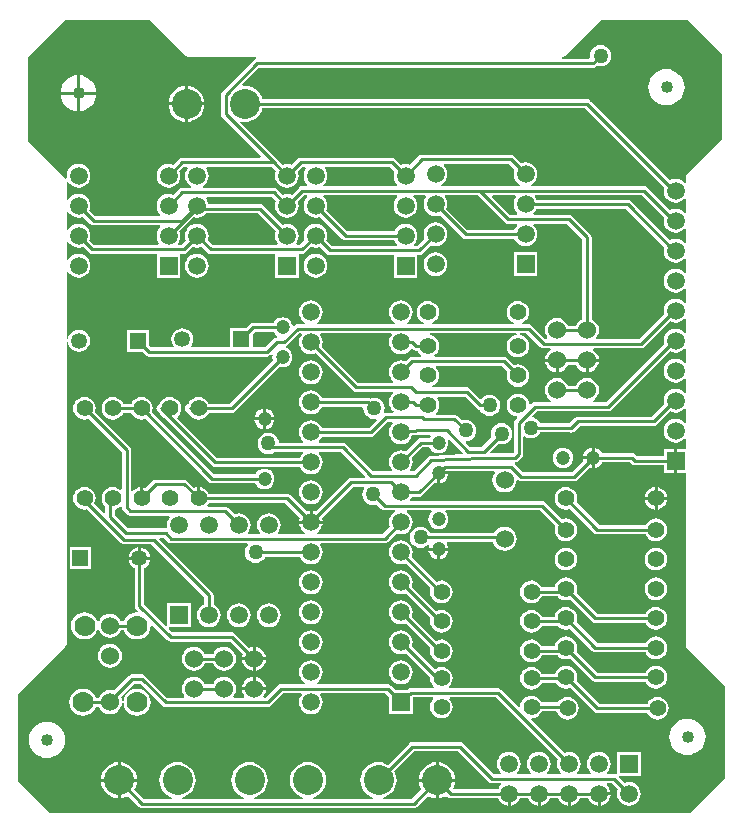
<source format=gbl>
%FSTAX23Y23*%
%MOIN*%
%SFA1B1*%

%IPPOS*%
%ADD12C,0.010000*%
%ADD13C,0.047200*%
%ADD14C,0.040000*%
%ADD15C,0.059100*%
%ADD16R,0.059100X0.059100*%
%ADD17C,0.100000*%
%ADD18R,0.059100X0.059100*%
%ADD19C,0.053200*%
%ADD20R,0.053200X0.053200*%
%ADD21C,0.055100*%
%ADD22C,0.060000*%
%ADD23C,0.070000*%
%ADD24C,0.050000*%
%LNaudio_adc-1*%
%LPD*%
G36*
X02507Y03014D02*
X02512Y0301D01*
X02518Y03009*
X02547*
X02548Y03004*
X02546Y03003*
X0254Y02994*
X02538Y0299*
X02381*
X02311Y0306*
X02313Y03064*
X02314Y03075*
X02313Y03085*
X02309Y03094*
X02305Y03099*
X02308Y03104*
X02416*
X02507Y03014*
G37*
G36*
X03036Y03031D02*
X03036Y0303D01*
X03035Y0302*
X03036Y03009*
X0304Y03*
X03046Y02991*
X03055Y02985*
X03064Y02981*
X03075Y0298*
X03085Y02981*
X03094Y02985*
X03103Y02991*
X03104Y02993*
X03109Y02992*
Y02947*
X03104Y02946*
X03103Y02948*
X03094Y02954*
X03085Y02958*
X03075Y02959*
X03064Y02958*
X03056Y02955*
X02925Y03085*
X0292Y03089*
X02915Y0309*
X02611*
X02609Y03094*
X02605Y03099*
X02608Y03104*
X02963*
X03036Y03031*
G37*
G36*
X0105Y0305D02*
X01056Y03041D01*
X01065Y03035*
X01074Y03031*
X01085Y0303*
X01095Y03031*
X011Y03033*
X01124Y03009*
X01129Y03005*
X01135Y03004*
X01357*
X01358Y02999*
X01356Y02998*
X0135Y02989*
X01346Y0298*
X01345Y0297*
X01346Y02959*
X0135Y0295*
X01354Y02945*
X01351Y0294*
X01136*
X01121Y02955*
X01123Y02959*
X01124Y0297*
X01123Y0298*
X01119Y02989*
X01113Y02998*
X01104Y03004*
X01095Y03008*
X01085Y03009*
X01074Y03008*
X01065Y03004*
X01056Y02998*
X0105Y02989*
X0105Y02989*
X01045Y0299*
Y03049*
X0105Y0305*
X0105Y0305*
G37*
G36*
X01743Y02985D02*
X01741Y0298D01*
X0174Y0297*
X01741Y02959*
X01745Y0295*
X01749Y02945*
X01746Y0294*
X01531*
X01516Y02955*
X01518Y02959*
X01519Y0297*
X01518Y0298*
X01514Y02989*
X01508Y02998*
X01499Y03004*
X0149Y03008*
X0148Y03009*
X01469Y03008*
X0146Y03004*
X01451Y02998*
X01445Y02989*
X01441Y0298*
X0144Y0297*
X01441Y02959*
X01443Y02955*
X01428Y0294*
X01418*
X01415Y02945*
X01419Y0295*
X01423Y02959*
X01424Y0297*
X01423Y0298*
X01421Y02985*
X01468Y03031*
X01469Y03031*
X0148Y0303*
X0149Y03031*
X01499Y03035*
X01508Y03041*
X0151Y03044*
X01683*
X01743Y02985*
G37*
G36*
X02544Y03099D02*
X0254Y03094D01*
X02536Y03085*
X02535Y03075*
X02536Y03064*
X0254Y03055*
X02546Y03046*
X02548Y03045*
X02547Y0304*
X02524*
X02464Y031*
X02466Y03104*
X02541*
X02544Y03099*
G37*
G36*
X02244D02*
X0224Y03094D01*
X02236Y03085*
X02235Y03075*
X02236Y03064*
X0224Y03055*
X02246Y03046*
X02255Y0304*
X02264Y03036*
X02275Y03035*
X02285Y03036*
X0229Y03038*
X02364Y02964*
X02369Y0296*
X02375Y02959*
X02538*
X0254Y02955*
X02546Y02946*
X02555Y0294*
X02564Y02936*
X02575Y02935*
X02585Y02936*
X02594Y0294*
X02603Y02946*
X02609Y02955*
X02613Y02964*
X02614Y02975*
X02613Y02985*
X02609Y02994*
X02603Y03003*
X02601Y03004*
X02602Y03009*
X02713*
X02764Y02958*
Y02692*
X02759Y02689*
X02751Y02683*
X02745Y02675*
X02743Y0267*
X02717*
X02714Y02675*
X02708Y02683*
X027Y02689*
X0269Y02694*
X0268Y02695*
X02669Y02694*
X02659Y02689*
X02651Y02683*
X02645Y02675*
X02641Y02665*
X02639Y02655*
X02641Y02644*
X02645Y02634*
X02648Y0263*
X02646Y02625*
X02641*
X02595Y0267*
X0259Y02674*
X02585Y02675*
X02565*
X02564Y0268*
X02568Y02682*
X02576Y02688*
X02582Y02696*
X02586Y02705*
X02587Y02715*
X02586Y02724*
X02582Y02733*
X02576Y02741*
X02568Y02747*
X02559Y02751*
X0255Y02752*
X0254Y02751*
X02531Y02747*
X02523Y02741*
X02517Y02733*
X02513Y02724*
X02512Y02715*
X02513Y02705*
X02517Y02696*
X02523Y02688*
X02531Y02682*
X02535Y0268*
X02534Y02675*
X02265*
X02264Y0268*
X02268Y02682*
X02276Y02688*
X02282Y02696*
X02286Y02705*
X02287Y02715*
X02286Y02724*
X02282Y02733*
X02276Y02741*
X02268Y02747*
X02259Y02751*
X0225Y02752*
X0224Y02751*
X02231Y02747*
X02223Y02741*
X02217Y02733*
X02213Y02724*
X02212Y02715*
X02213Y02705*
X02217Y02696*
X02223Y02688*
X02231Y02682*
X02235Y0268*
X02234Y02675*
X0218*
X02179Y0268*
X02179Y0268*
X02188Y02686*
X02194Y02695*
X02198Y02704*
X02199Y02715*
X02198Y02725*
X02194Y02734*
X02188Y02743*
X02179Y02749*
X0217Y02753*
X0216Y02754*
X02149Y02753*
X0214Y02749*
X02131Y02743*
X02125Y02734*
X02121Y02725*
X0212Y02715*
X02121Y02704*
X02125Y02695*
X02131Y02686*
X0214Y0268*
X0214Y0268*
X02139Y02675*
X0188*
X01879Y0268*
X01879Y0268*
X01888Y02686*
X01894Y02695*
X01898Y02704*
X01899Y02715*
X01898Y02725*
X01894Y02734*
X01888Y02743*
X01879Y02749*
X0187Y02753*
X0186Y02754*
X01849Y02753*
X0184Y02749*
X01831Y02743*
X01825Y02734*
X01821Y02725*
X0182Y02715*
X01821Y02704*
X01825Y02695*
X01831Y02686*
X0184Y0268*
X0184Y0268*
X01839Y02675*
X01815*
X01809Y02674*
X01804Y0267*
X01802Y02669*
X01798Y02671*
X01797Y02673*
X01794Y02682*
X01789Y02689*
X01782Y02694*
X01773Y02697*
X01765Y02698*
X01756Y02697*
X01748Y02694*
X01741Y02689*
X01735Y02682*
X01734Y0268*
X01668*
X01663Y02679*
X01662Y02679*
X01657Y02675*
X01643Y02661*
X01591*
Y02598*
X01463*
X01461Y02603*
X01463Y02606*
X01467Y02615*
X01468Y02625*
X01467Y02634*
X01463Y02643*
X01457Y02651*
X0145Y02656*
X01441Y0266*
X01431Y02661*
X01422Y0266*
X01413Y02656*
X01405Y02651*
X01399Y02643*
X01395Y02634*
X01394Y02625*
X01395Y02615*
X01399Y02606*
X01402Y02603*
X01399Y02598*
X01326*
X0132Y02605*
Y02656*
X01246*
Y02583*
X01298*
X01309Y02572*
X01314Y02568*
X0132Y02567*
X01713*
X01718Y02568*
X01723Y02572*
X01727Y02575*
X01731Y02573*
X01732Y02573*
X01731Y02565*
X01732Y02556*
X01732Y02554*
X01588Y0241*
X01519*
X01517Y02413*
X01511Y02421*
X01503Y02427*
X01494Y02431*
X01485Y02432*
X01475Y02431*
X01466Y02427*
X01458Y02421*
X01452Y02413*
X0145Y02409*
X01449Y02409*
X01444Y02405*
X0144Y024*
X01439Y02395*
X0144Y02389*
X01444Y02384*
X01449Y0238*
X0145Y0238*
X01452Y02376*
X01458Y02368*
X01466Y02362*
X01475Y02358*
X01485Y02357*
X01494Y02358*
X01503Y02362*
X01511Y02368*
X01517Y02376*
X01519Y02379*
X01595*
X016Y0238*
X01605Y02384*
X01754Y02532*
X01756Y02532*
X01765Y02531*
X01773Y02532*
X01782Y02535*
X01789Y02541*
X01794Y02548*
X01797Y02556*
X01798Y02565*
X01797Y02573*
X01794Y02582*
X01789Y02589*
X01782Y02594*
X01777Y02596*
X01777Y02597*
X01777Y02601*
X0178Y02604*
X01821Y02644*
X01826*
X01829Y02639*
X01825Y02634*
X01821Y02625*
X0182Y02615*
X01821Y02604*
X01825Y02595*
X01831Y02586*
X0184Y0258*
X01849Y02576*
X0186Y02575*
X0187Y02576*
X01875Y02578*
X01999Y02454*
X02004Y0245*
X0201Y02449*
X02132*
X02133Y02444*
X02131Y02443*
X02125Y02434*
X02121Y02425*
X0212Y02415*
X02121Y02404*
X02125Y02395*
X02131Y02386*
X02135Y02384*
X02133Y02379*
X0211*
X02106Y02378*
X02102Y02382*
X02104Y02385*
X02105Y02395*
X02104Y02404*
X021Y02412*
X02095Y0242*
X02087Y02425*
X02079Y02429*
X0207Y0243*
X0206Y02429*
X02057Y02427*
X02055Y02429*
X0205Y0243*
X01896*
X01894Y02434*
X01888Y02443*
X01879Y02449*
X0187Y02453*
X0186Y02454*
X01849Y02453*
X0184Y02449*
X01831Y02443*
X01825Y02434*
X01821Y02425*
X0182Y02415*
X01821Y02404*
X01825Y02395*
X01831Y02386*
X0184Y0238*
X01849Y02376*
X0186Y02375*
X0187Y02376*
X01879Y0238*
X01888Y02386*
X01894Y02395*
X01896Y02399*
X02031*
X02034Y02395*
X02034Y02395*
X02035Y02385*
X02039Y02377*
X02045Y0237*
X02052Y02364*
X0206Y0236*
X0207Y02359*
X02078Y0236*
X0208Y02357*
X0208Y02356*
X02054Y0233*
X01896*
X01894Y02334*
X01888Y02343*
X01879Y02349*
X0187Y02353*
X0186Y02354*
X01849Y02353*
X0184Y02349*
X01831Y02343*
X01825Y02334*
X01821Y02325*
X0182Y02315*
X01821Y02304*
X01825Y02295*
X01831Y02286*
X01833Y02285*
X01832Y0228*
X01753*
X01752Y02287*
X01748Y02295*
X01743Y02303*
X01735Y02308*
X01727Y02312*
X01718Y02313*
X01708Y02312*
X017Y02308*
X01693Y02303*
X01687Y02295*
X01683Y02287*
X01682Y02278*
X01683Y02268*
X01687Y0226*
X01693Y02253*
X017Y02247*
X01708Y02243*
X01718Y02242*
X01727Y02243*
X01735Y02247*
X01738Y02249*
X01832*
X01833Y02244*
X01831Y02243*
X01825Y02234*
X01823Y0223*
X01546*
X01414Y02361*
X01415Y02366*
X01416Y02368*
X01422Y02376*
X01426Y02385*
X01427Y02395*
X01426Y02404*
X01422Y02413*
X01416Y02421*
X01408Y02427*
X01399Y02431*
X0139Y02432*
X0138Y02431*
X01371Y02427*
X01363Y02421*
X01357Y02413*
X01355Y02409*
X01354Y02409*
X01349Y02405*
X01345Y024*
X01344Y02395*
X01345Y02389*
X01349Y02384*
X01357Y02376*
X01357Y02376*
X01363Y02368*
X01371Y02362*
X01371Y02362*
X01529Y02204*
X01534Y022*
X01535Y022*
X0154Y02199*
X01823*
X01825Y02195*
X01831Y02186*
X0184Y0218*
X01849Y02176*
X0186Y02175*
X0187Y02176*
X01879Y0218*
X01888Y02186*
X01894Y02195*
X01898Y02204*
X01899Y02215*
X01898Y02225*
X01894Y02234*
X01888Y02243*
X01886Y02244*
X01887Y02249*
X01959*
X02041Y02167*
X02039Y02163*
X01993*
X01987Y02162*
X01982Y02158*
X01875Y02051*
X0187Y02053*
X01865Y02054*
Y0202*
X01899*
X01898Y02025*
X01896Y0203*
X01999Y02132*
X02036*
X02038Y02128*
X02036Y02125*
X02032Y02117*
X02031Y02108*
X02032Y02098*
X02036Y0209*
X02042Y02083*
X02049Y02077*
X02057Y02073*
X02067Y02072*
X02076Y02073*
X02078Y02074*
X02094Y02059*
X02099Y02055*
X02105Y02054*
X02139*
X0214Y02049*
X0214Y02049*
X02131Y02043*
X02125Y02034*
X02121Y02025*
X0212Y02015*
X02121Y02004*
X02123Y02*
X02098Y01975*
X0188*
X01879Y0198*
X01879Y0198*
X01888Y01986*
X01894Y01995*
X01898Y02004*
X01899Y0201*
X0182*
X01821Y02004*
X01825Y01995*
X01831Y01986*
X0184Y0198*
X0184Y0198*
X01839Y01975*
X01753*
X0175Y0198*
X01754Y01985*
X01758Y01994*
X01759Y02005*
X01758Y02015*
X01754Y02024*
X01748Y02033*
X01739Y02039*
X0173Y02043*
X0172Y02044*
X01709Y02043*
X017Y02039*
X01691Y02033*
X01685Y02024*
X01681Y02015*
X0168Y02005*
X01681Y01994*
X01685Y01985*
X01689Y0198*
X01686Y01975*
X01653*
X0165Y0198*
X01654Y01985*
X01658Y01994*
X01659Y02005*
X01658Y02015*
X01654Y02024*
X01648Y02033*
X01639Y02039*
X0163Y02043*
X0162Y02044*
X01609Y02043*
X01605Y02041*
X01583Y02062*
X01578Y02066*
X01573Y02067*
X01517*
X01514Y02072*
X01517Y02076*
X01519Y02079*
X01773*
X01823Y0203*
X01821Y02025*
X0182Y0202*
X01855*
Y02054*
X01849Y02053*
X01845Y02051*
X0179Y02105*
X01785Y02109*
X0178Y0211*
X01519*
X01517Y02113*
X01511Y02121*
X01503Y02127*
X01494Y02131*
X0149Y02132*
Y02095*
X0148*
Y02132*
X01475Y02131*
X01471Y0213*
X01448Y02152*
X01443Y02156*
X01438Y02157*
X01342*
X01336Y02156*
X01331Y02152*
X01308Y0213*
X01304Y02131*
X013Y02132*
Y02095*
X0129*
Y02132*
X01285Y02131*
X01276Y02127*
X01268Y02121*
X01265Y02118*
X0126Y02119*
Y02255*
X01259Y0226*
X01255Y02265*
X0114Y02381*
X01141Y02385*
X01142Y02395*
X01141Y02404*
X01137Y02413*
X01131Y02421*
X01123Y02427*
X01114Y02431*
X01105Y02432*
X01095Y02431*
X01086Y02427*
X01078Y02421*
X01072Y02413*
X01068Y02404*
X01067Y02395*
X01068Y02385*
X01072Y02376*
X01078Y02368*
X01086Y02362*
X01095Y02358*
X01105Y02357*
X01114Y02358*
X01118Y02359*
X01229Y02248*
Y02125*
X01224Y02123*
X01218Y02127*
X01209Y02131*
X012Y02132*
X0119Y02131*
X01181Y02127*
X01173Y02121*
X01167Y02113*
X01163Y02104*
X01162Y02095*
X01163Y02085*
X01167Y02076*
X01173Y02068*
X01174Y02067*
Y02048*
X0117Y02046*
X01138Y02078*
X01141Y02085*
X01142Y02095*
X01141Y02104*
X01137Y02113*
X01131Y02121*
X01123Y02127*
X01114Y02131*
X01105Y02132*
X01095Y02131*
X01086Y02127*
X01078Y02121*
X01072Y02113*
X01068Y02104*
X01067Y02095*
X01068Y02085*
X01072Y02076*
X01078Y02068*
X01086Y02062*
X01095Y02058*
X01105Y02057*
X01114Y02058*
X01114Y02058*
X01227Y01946*
X01232Y01942*
X01233Y01942*
X01238Y01941*
X01328*
X01504Y01765*
Y01741*
X015Y01739*
X01491Y01733*
X01485Y01724*
X01481Y01715*
X0148Y01705*
X01481Y01694*
X01485Y01685*
X01491Y01676*
X015Y0167*
X01509Y01666*
X0152Y01665*
X0153Y01666*
X01539Y0167*
X01548Y01676*
X01554Y01685*
X01558Y01694*
X01559Y01705*
X01558Y01715*
X01554Y01724*
X01548Y01733*
X01539Y01739*
X01535Y01741*
Y01772*
X01534Y01777*
X0153Y01782*
X01354Y01959*
X01356Y01963*
X01368*
X01383Y01949*
X01388Y01945*
X01394Y01944*
X01648*
X01649Y01941*
X01649Y01939*
X01644Y01932*
X0164Y01924*
X01639Y01915*
X0164Y01905*
X01644Y01897*
X0165Y0189*
X01657Y01884*
X01665Y0188*
X01675Y01879*
X01684Y0188*
X01692Y01884*
X017Y0189*
X01705Y01897*
X01706Y01899*
X01823*
X01825Y01895*
X01831Y01886*
X0184Y0188*
X01849Y01876*
X0186Y01875*
X0187Y01876*
X01879Y0188*
X01888Y01886*
X01894Y01895*
X01898Y01904*
X01899Y01915*
X01898Y01925*
X01894Y01934*
X0189Y01939*
X01893Y01944*
X02105*
X0211Y01945*
X02115Y01949*
X02145Y01978*
X02149Y01976*
X0216Y01975*
X0217Y01976*
X02179Y0198*
X02188Y01986*
X02194Y01995*
X02198Y02004*
X02199Y02015*
X02198Y02025*
X02194Y02034*
X02188Y02043*
X02179Y02049*
X02179Y02049*
X0218Y02054*
X0226*
X02262Y02049*
X02261Y02049*
X02255Y02042*
X02252Y02033*
X02251Y02025*
X02252Y02016*
X02255Y02008*
X02261Y02001*
X02268Y01995*
X02276Y01992*
X02285Y01991*
X02293Y01992*
X02302Y01995*
X02309Y02001*
X02314Y02008*
X02317Y02016*
X02318Y02025*
X02317Y02033*
X02314Y02042*
X02309Y02049*
X02308Y02049*
X02309Y02054*
X02624*
X02674Y02003*
X02673Y02*
X02672Y0199*
X02673Y0198*
X02677Y01971*
X02683Y01963*
X02691Y01957*
X027Y01953*
X0271Y01952*
X02719Y01953*
X02728Y01957*
X02736Y01963*
X02742Y01971*
X02746Y0198*
X02747Y0199*
X02746Y02*
X02742Y02009*
X02736Y02017*
X02728Y02023*
X02719Y02026*
X0271Y02028*
X027Y02026*
X02696Y02025*
X02641Y0208*
X02636Y02084*
X0263Y02085*
X02193*
X0219Y0209*
X02194Y02095*
X02196Y02099*
X0222*
X02225Y021*
X0223Y02104*
X02274Y02147*
X02276Y02147*
X0228Y02146*
Y0218*
X02285*
Y02185*
X02321*
X02322Y02185*
X02471*
X02474Y0218*
X0247Y02175*
X02466Y02165*
X02464Y02155*
X02466Y02144*
X0247Y02134*
X02476Y02126*
X02484Y0212*
X02494Y02116*
X02505Y02114*
X02515Y02116*
X02525Y0212*
X02533Y02126*
X02539Y02134*
X02544Y02144*
X02545Y02154*
X02547Y02155*
X0255Y02156*
X02555Y02152*
X02561Y02151*
X02737*
X02742Y02152*
X02747Y02156*
X02789Y02197*
X02791Y02197*
X02795Y02196*
Y02225*
X02766*
X02767Y02221*
X02767Y02219*
X0273Y02182*
X02567*
X02539Y02209*
X0254Y02211*
X02541Y02214*
X02546Y02215*
X02551Y02219*
X02563Y02231*
X02566Y02236*
X02567Y02241*
Y02299*
X02572Y02301*
X02574Y02299*
X02583Y02295*
X02592Y02294*
X02601Y02295*
X0261Y02299*
X02617Y02305*
X02623Y02312*
X02624Y02314*
X0272*
X0272Y02314*
X02726Y02313*
X02732Y02314*
X02737Y02317*
X02756Y02336*
X03002*
X03007Y02337*
X03012Y02341*
X03056Y02384*
X03064Y02381*
X03075Y0238*
X03085Y02381*
X03094Y02385*
X03103Y02391*
X03104Y02393*
X03109Y02392*
Y02347*
X03104Y02346*
X03103Y02348*
X03094Y02354*
X03085Y02358*
X03075Y02359*
X03064Y02358*
X03055Y02354*
X03046Y02348*
X0304Y02339*
X03036Y0233*
X03035Y0232*
X03036Y02309*
X0304Y023*
X03046Y02291*
X03055Y02285*
X03064Y02281*
X03075Y0228*
X03085Y02281*
X03094Y02285*
X03103Y02291*
X03104Y02293*
X03109Y02292*
Y02259*
X0308*
Y0222*
Y0218*
X03109*
Y01605*
X0311Y01599*
X03114Y01594*
X03239Y01468*
Y01161*
X03123Y01045*
X00991*
X00882Y01153*
Y01441*
X0104Y01599*
X01044Y01604*
X01045Y0161*
Y02615*
X0105Y02615*
X0105Y0261*
X01054Y02601*
X0106Y02593*
X01068Y02588*
X01077Y02584*
X01086Y02583*
X01096Y02584*
X01105Y02588*
X01112Y02593*
X01118Y02601*
X01122Y0261*
X01123Y0262*
X01122Y02629*
X01118Y02638*
X01112Y02646*
X01105Y02651*
X01096Y02655*
X01086Y02656*
X01077Y02655*
X01068Y02651*
X0106Y02646*
X01054Y02638*
X0105Y02629*
X0105Y02624*
X01045Y02624*
Y02849*
X0105Y0285*
X0105Y0285*
X01056Y02841*
X01065Y02835*
X01074Y02831*
X01085Y0283*
X01095Y02831*
X01104Y02835*
X01113Y02841*
X01119Y0285*
X01123Y02859*
X01124Y0287*
X01123Y0288*
X01119Y02889*
X01113Y02898*
X01104Y02904*
X01095Y02908*
X01085Y02909*
X01074Y02908*
X01065Y02904*
X01056Y02898*
X0105Y02889*
X0105Y02889*
X01045Y0289*
Y02949*
X0105Y0295*
X0105Y0295*
X01056Y02941*
X01065Y02935*
X01074Y02931*
X01085Y0293*
X01095Y02931*
X011Y02933*
X01119Y02914*
X01124Y0291*
X0113Y02909*
X0134*
X01345Y02909*
Y02904*
Y0283*
X01424*
Y02904*
Y02909*
X01429Y02909*
X01435*
X0144Y0291*
X01445Y02914*
X01465Y02933*
X01469Y02931*
X0148Y0293*
X0149Y02931*
X01495Y02933*
X01514Y02914*
X01519Y0291*
X01525Y02909*
X01735*
X0174Y02909*
Y02904*
Y0283*
X01819*
Y02904*
Y02909*
X01824Y02909*
X0183*
X01835Y0291*
X0184Y02914*
X0186Y02933*
X01864Y02931*
X01875Y0293*
X01885Y02931*
X0189Y02933*
X01913Y0291*
X01918Y02906*
X01924Y02905*
X02135*
Y0283*
X02214*
Y02905*
X02221*
X02226Y02906*
X02231Y0291*
X0226Y02938*
X02264Y02936*
X02275Y02935*
X02285Y02936*
X02294Y0294*
X02303Y02946*
X02309Y02955*
X02313Y02964*
X02314Y02975*
X02313Y02985*
X02309Y02994*
X02303Y03003*
X02294Y03009*
X02285Y03013*
X02275Y03014*
X02264Y03013*
X02255Y03009*
X02246Y03003*
X0224Y02994*
X02236Y02985*
X02235Y02975*
X02236Y02964*
X02238Y0296*
X02214Y02936*
X02203*
X02202Y02941*
X02203Y02941*
X02209Y0295*
X02213Y02959*
X02214Y0297*
X02213Y0298*
X02209Y02989*
X02203Y02998*
X02194Y03004*
X02185Y03008*
X02175Y03009*
X02164Y03008*
X02155Y03004*
X02146Y02998*
X0214Y02989*
X02138Y02985*
X01981*
X01911Y03055*
X01913Y03059*
X01914Y0307*
X01913Y0308*
X01909Y03089*
X01903Y03098*
X01901Y03099*
X01902Y03104*
X02147*
X02148Y03099*
X02146Y03098*
X0214Y03089*
X02136Y0308*
X02135Y0307*
X02136Y03059*
X0214Y0305*
X02146Y03041*
X02155Y03035*
X02164Y03031*
X02175Y0303*
X02185Y03031*
X02194Y03035*
X02203Y03041*
X02209Y0305*
X02213Y03059*
X02214Y0307*
X02213Y0308*
X02209Y03089*
X02203Y03098*
X02201Y03099*
X02202Y03104*
X02241*
X02244Y03099*
G37*
G36*
X01848D02*
X01846Y03098D01*
X0184Y03089*
X01836Y0308*
X01835Y0307*
X01836Y03059*
X0184Y0305*
X01846Y03041*
X01855Y03035*
X01864Y03031*
X01875Y0303*
X01885Y03031*
X0189Y03033*
X01964Y02959*
X01969Y02955*
X01975Y02954*
X02138*
X0214Y0295*
X02146Y02941*
X02147Y02941*
X02146Y02936*
X0193*
X01911Y02955*
X01913Y02959*
X01914Y0297*
X01913Y0298*
X01909Y02989*
X01903Y02998*
X01894Y03004*
X01885Y03008*
X01875Y03009*
X01864Y03008*
X01855Y03004*
X01846Y02998*
X0184Y02989*
X01836Y0298*
X01835Y0297*
X01836Y02959*
X01838Y02955*
X01823Y0294*
X01813*
X0181Y02945*
X01814Y0295*
X01818Y02959*
X01819Y0297*
X01818Y0298*
X01814Y02989*
X01808Y02998*
X01799Y03004*
X0179Y03008*
X0178Y03009*
X01769Y03008*
X01765Y03006*
X017Y0307*
X01695Y03074*
X0169Y03075*
X01519*
X01518Y0308*
X01514Y03089*
X0151Y03094*
X01513Y03099*
X01728*
X01743Y03085*
X01741Y0308*
X0174Y0307*
X01741Y03059*
X01745Y0305*
X01751Y03041*
X0176Y03035*
X01769Y03031*
X0178Y0303*
X0179Y03031*
X01799Y03035*
X01808Y03041*
X01814Y0305*
X01818Y03059*
X01819Y0307*
X01818Y0308*
X01816Y03085*
X01836Y03104*
X01847*
X01848Y03099*
G37*
G36*
X03036Y02931D02*
X03036Y0293D01*
X03035Y0292*
X03036Y02909*
X0304Y029*
X03046Y02891*
X03055Y02885*
X03064Y02881*
X03075Y0288*
X03085Y02881*
X03094Y02885*
X03103Y02891*
X03104Y02893*
X03109Y02892*
Y02847*
X03104Y02846*
X03103Y02848*
X03094Y02854*
X03085Y02858*
X03075Y02859*
X03064Y02858*
X03055Y02854*
X03046Y02848*
X0304Y02839*
X03036Y0283*
X03035Y0282*
X03036Y02809*
X0304Y028*
X03046Y02791*
X03055Y02785*
X03064Y02781*
X03075Y0278*
X03085Y02781*
X03094Y02785*
X03103Y02791*
X03104Y02793*
X03109Y02792*
Y02747*
X03104Y02746*
X03103Y02748*
X03094Y02754*
X03085Y02758*
X03075Y02759*
X03064Y02758*
X03055Y02754*
X03046Y02748*
X0304Y02739*
X03036Y0273*
X03035Y0272*
X03036Y02709*
X03036Y02708*
X02953Y02625*
X02813*
X02811Y0263*
X02814Y02634*
X02819Y02644*
X0282Y02655*
X02819Y02665*
X02814Y02675*
X02808Y02683*
X028Y02689*
X02795Y02692*
Y02965*
X02794Y0297*
X0279Y02975*
X0273Y03035*
X02725Y03039*
X0272Y0304*
X02602*
X02601Y03045*
X02603Y03046*
X02609Y03055*
X02611Y03059*
X02908*
X03036Y02931*
G37*
G36*
X02132Y02344D02*
X02131Y02343D01*
X02125Y02334*
X02121Y02325*
X0212Y02315*
X02121Y02304*
X02125Y02295*
X02131Y02286*
X0214Y0228*
X02149Y02276*
X0216Y02275*
X0217Y02276*
X02179Y0228*
X02188Y02286*
X02194Y02295*
X02198Y02304*
X02226Y02307*
X02258*
X0226Y02302*
X02255Y02297*
X02254Y02295*
X02225*
X02219Y02294*
X02214Y0229*
X02175Y02251*
X0217Y02253*
X0216Y02254*
X02149Y02253*
X0214Y02249*
X02131Y02243*
X02125Y02234*
X02121Y02225*
X0212Y02215*
X02121Y02204*
X02125Y02195*
X02129Y0219*
X02126Y02185*
X02067*
X01976Y02275*
X01971Y02279*
X01966Y0228*
X01887*
X01886Y02285*
X01888Y02286*
X01894Y02295*
X01896Y02299*
X02061*
X02066Y023*
X02071Y02304*
X02116Y02348*
X02131*
X02132Y02344*
G37*
G36*
X02366Y02246D02*
X02365Y02241D01*
X0226Y02236*
X02257Y02235*
X02255Y02235*
X02254Y02234*
X02254Y02234*
X02252Y02233*
X0225Y02231*
X02203Y02185*
X02193*
X0219Y0219*
X02194Y02195*
X02198Y02204*
X02199Y02215*
X02198Y02225*
X02196Y0223*
X02231Y02264*
X02254*
X02255Y02263*
X02261Y02256*
X02268Y0225*
X02276Y02247*
X02285Y02246*
X02293Y02247*
X02302Y0225*
X02309Y02256*
X02314Y02263*
X02317Y02271*
X02318Y0228*
X02317Y02288*
X02318Y02288*
X02322Y0229*
X02366Y02246*
G37*
G36*
X01227Y02065D02*
X01229Y02064D01*
X0123Y02059*
X01234Y02054*
X01246Y02041*
X01248Y0204*
X01251Y02038*
X01252Y02038*
X01257Y02037*
X01305*
X01308Y02036*
X01388*
X0139Y02031*
X01385Y02024*
X01381Y02015*
X0138Y02005*
X01381Y01998*
X01376Y01994*
X01375Y01994*
X0125*
X01205Y02039*
Y02057*
X01209Y02058*
X01218Y02062*
X01224Y02066*
X01227Y02065*
G37*
G36*
X02129Y02639D02*
X02125Y02634D01*
X02121Y02625*
X0212Y02615*
X02121Y02604*
X02125Y02595*
X02131Y02586*
X0214Y0258*
X02149Y02576*
X0216Y02575*
X0217Y02576*
X02179Y0258*
X02188Y02586*
X02192Y02592*
X02198Y02592*
X02199Y02591*
X02204Y02588*
X0221Y02587*
X02215*
X02217Y02583*
X02223Y02575*
X02228Y02571*
X02227Y02566*
X02196*
X0219Y02565*
X02185Y02561*
X02175Y02551*
X0217Y02553*
X0216Y02554*
X02149Y02553*
X0214Y02549*
X02131Y02543*
X02125Y02534*
X02121Y02525*
X0212Y02515*
X02121Y02504*
X02125Y02495*
X02131Y02486*
X02133Y02485*
X02132Y0248*
X02016*
X01896Y026*
X01898Y02604*
X01899Y02615*
X01898Y02625*
X01894Y02634*
X0189Y02639*
X01893Y02644*
X02126*
X02129Y02639*
G37*
G36*
X03109Y02692D02*
Y02647D01*
X03104Y02646*
X03103Y02648*
X03094Y02654*
X03085Y02658*
X03075Y02659*
X03064Y02658*
X03055Y02654*
X03046Y02648*
X0304Y02639*
X03036Y0263*
X03035Y0262*
X03036Y02609*
X03036Y02608*
X02843Y02415*
X02803*
X028Y02419*
Y0242*
X02808Y02426*
X02814Y02434*
X02819Y02444*
X0282Y02455*
X02819Y02465*
X02814Y02475*
X02808Y02483*
X028Y02489*
X0279Y02494*
X0278Y02495*
X02769Y02494*
X02759Y02489*
X02751Y02483*
X02745Y02475*
X02743Y0247*
X02717*
X02714Y02475*
X02708Y02483*
X027Y02489*
X0269Y02494*
X0268Y02495*
X02669Y02494*
X02659Y02489*
X02651Y02483*
X02645Y02475*
X02641Y02465*
X02639Y02455*
X02641Y02444*
X02645Y02434*
X02651Y02426*
X02659Y0242*
Y02419*
X02657Y02415*
X02606*
X026Y02414*
X02595Y0241*
X02592Y02408*
X02587Y0241*
X02586Y02415*
X02582Y02424*
X02576Y02432*
X02568Y02438*
X02559Y02442*
X0255Y02443*
X0254Y02442*
X02531Y02438*
X02523Y02432*
X02517Y02424*
X02513Y02415*
X02512Y02405*
X02513Y02395*
X02517Y02386*
X02523Y02378*
X02531Y02372*
X0254Y02369*
X02545Y02368*
X02547Y02363*
X02541Y02357*
X02538Y02352*
X02537Y02346*
Y02248*
X02534Y02245*
X02458*
X02456Y02249*
X02483Y02276*
X02485Y02275*
X02495Y02274*
X02504Y02275*
X02512Y02279*
X0252Y02285*
X02525Y02292*
X02529Y023*
X0253Y0231*
X02529Y02319*
X02525Y02327*
X0252Y02335*
X02512Y0234*
X02504Y02344*
X02495Y02345*
X02485Y02344*
X02477Y0234*
X0247Y02335*
X02464Y02327*
X0246Y02319*
X02459Y0231*
X0246Y023*
X02461Y02298*
X02428Y02265*
X02391*
X02375Y0228*
X02377Y02286*
X02384Y02286*
X02392Y0229*
X024Y02296*
X02405Y02303*
X02409Y02311*
X0241Y02321*
X02409Y0233*
X02405Y02338*
X024Y02346*
X02392Y02351*
X02384Y02355*
X02375Y02356*
X02365Y02355*
X02363Y02354*
X02348Y02368*
X02343Y02372*
X02338Y02373*
X02277*
X02275Y02378*
X02276Y02378*
X02282Y02386*
X02286Y02395*
X02287Y02405*
X02286Y02415*
X02282Y02424*
X02279Y02428*
X02282Y02433*
X02373*
X02413Y02394*
X02418Y0239*
X02423Y02389*
X02424Y02387*
X0243Y0238*
X02437Y02374*
X02445Y0237*
X02455Y02369*
X02464Y0237*
X02472Y02374*
X0248Y0238*
X02485Y02387*
X02489Y02395*
X0249Y02405*
X02489Y02414*
X02485Y02422*
X0248Y0243*
X02472Y02435*
X02464Y02439*
X02455Y0244*
X02445Y02439*
X02437Y02435*
X0243Y0243*
X02428Y02427*
X02423Y02427*
X0239Y02459*
X02385Y02463*
X0238Y02464*
X02265*
X02264Y02469*
X02268Y02471*
X02276Y02477*
X02282Y02485*
X02286Y02494*
X02287Y02504*
X02286Y02513*
X02282Y02523*
X02276Y0253*
X02277Y02532*
X02278Y02535*
X02496*
X02514Y02517*
X02513Y02513*
X02512Y02504*
X02513Y02494*
X02517Y02485*
X02523Y02477*
X02531Y02471*
X0254Y02467*
X0255Y02466*
X02559Y02467*
X02568Y02471*
X02576Y02477*
X02582Y02485*
X02586Y02494*
X02587Y02504*
X02586Y02513*
X02582Y02523*
X02576Y0253*
X02568Y02536*
X02559Y0254*
X0255Y02541*
X0254Y0254*
X02536Y02539*
X02513Y02561*
X02508Y02565*
X02503Y02566*
X02272*
X02271Y02571*
X02276Y02575*
X02282Y02583*
X02286Y02592*
X02287Y02602*
X02286Y02612*
X02282Y02621*
X02276Y02629*
X02268Y02635*
X02259Y02639*
X02255Y02639*
X02255Y02644*
X02544*
X02545Y02639*
X0254Y02639*
X02531Y02635*
X02523Y02629*
X02517Y02621*
X02513Y02612*
X02512Y02602*
X02513Y02592*
X02517Y02583*
X02523Y02575*
X02531Y02569*
X0254Y02565*
X0255Y02564*
X02559Y02565*
X02568Y02569*
X02576Y02575*
X02582Y02583*
X02586Y02592*
X02587Y02602*
X02586Y02612*
X02582Y02621*
X02576Y02629*
X02568Y02635*
X02559Y02639*
X02555Y02639*
X02555Y02644*
X02578*
X02624Y02599*
X02629Y02595*
X02635Y02594*
X02657*
X02659Y0259*
Y02589*
X02651Y02583*
X02645Y02575*
X02641Y02565*
X0264Y0256*
X0268*
Y02555*
X02685*
Y02515*
X0269Y02516*
X027Y0252*
X02708Y02526*
X02714Y02534*
X02717Y02539*
X02743*
X02745Y02534*
X02751Y02526*
X02759Y0252*
X02769Y02516*
X02775Y02515*
Y02555*
X0278*
Y0256*
X02819*
X02819Y02565*
X02814Y02575*
X02808Y02583*
X028Y02589*
Y0259*
X02803Y02594*
X0296*
X02965Y02595*
X0297Y02599*
X03056Y02684*
X03064Y02681*
X03075Y0268*
X03085Y02681*
X03094Y02685*
X03103Y02691*
X03104Y02693*
X03109Y02692*
G37*
G36*
X01735Y02648D02*
X01741Y02641D01*
X01748Y02635*
X01748Y02635*
X01747Y0263*
X01745*
X01739Y02629*
X01734Y02625*
X01706Y02598*
X01665*
Y02639*
X01674Y02649*
X01734*
X01735Y02648*
G37*
G36*
X03109Y02592D02*
Y02547D01*
X03104Y02546*
X03103Y02548*
X03094Y02554*
X03085Y02558*
X03075Y02559*
X03064Y02558*
X03055Y02554*
X03046Y02548*
X0304Y02539*
X03036Y0253*
X03035Y0252*
X03036Y02509*
X0304Y025*
X03046Y02491*
X03055Y02485*
X03064Y02481*
X03075Y0248*
X03085Y02481*
X03094Y02485*
X03103Y02491*
X03104Y02493*
X03109Y02492*
Y02447*
X03104Y02446*
X03103Y02448*
X03094Y02454*
X03085Y02458*
X03075Y02459*
X03064Y02458*
X03055Y02454*
X03046Y02448*
X0304Y02439*
X03036Y0243*
X03035Y0242*
X03036Y02409*
X03036Y02408*
X02995Y02367*
X0275*
X02744Y02366*
X02739Y02362*
X02721Y02345*
X02624*
X02623Y02347*
X02617Y02355*
X0261Y0236*
X02601Y02364*
X02598Y02364*
X02596Y02369*
X02612Y02384*
X0285*
X02855Y02385*
X0286Y02389*
X03056Y02584*
X03064Y02581*
X03075Y0258*
X03085Y02581*
X03094Y02585*
X03103Y02591*
X03104Y02593*
X03109Y02592*
G37*
G36*
X01444Y03569D02*
X01449Y03565D01*
X01455Y03564*
X01676*
X01677Y03559*
X01674Y03559*
X01669Y03555*
X01564Y0345*
X0156Y03445*
X01559Y0344*
Y03375*
X0156Y03369*
X01564Y03364*
X01693Y03234*
X01691Y0323*
X0143*
X01424Y03229*
X01419Y03225*
X014Y03206*
X01395Y03208*
X01385Y03209*
X01374Y03208*
X01365Y03204*
X01356Y03198*
X0135Y03189*
X01346Y0318*
X01345Y0317*
X01346Y03159*
X0135Y0315*
X01356Y03141*
X01365Y03135*
X01374Y03131*
X01385Y0313*
X01395Y03131*
X01404Y03135*
X01413Y03141*
X01419Y0315*
X01423Y03159*
X01424Y0317*
X01423Y0318*
X01421Y03185*
X01436Y03199*
X01446*
X01449Y03194*
X01445Y03189*
X01441Y0318*
X0144Y0317*
X01441Y03159*
X01445Y0315*
X01451Y03141*
X0146Y03135*
X0146Y03135*
X01459Y0313*
X0143*
X01424Y03129*
X01419Y03125*
X014Y03106*
X01395Y03108*
X01385Y03109*
X01374Y03108*
X01365Y03104*
X01356Y03098*
X0135Y03089*
X01346Y0308*
X01345Y0307*
X01346Y03059*
X0135Y0305*
X01356Y03041*
X01358Y0304*
X01357Y03035*
X01141*
X01121Y03055*
X01123Y03059*
X01124Y0307*
X01123Y0308*
X01119Y03089*
X01113Y03098*
X01104Y03104*
X01095Y03108*
X01085Y03109*
X01074Y03108*
X01065Y03104*
X01056Y03098*
X0105Y03089*
X0105Y03089*
X01045Y0309*
Y0315*
X0105Y0315*
X0105Y0315*
X01056Y03141*
X01065Y03135*
X01074Y03131*
X01085Y0313*
X01095Y03131*
X01104Y03135*
X01113Y03141*
X01119Y0315*
X01123Y03159*
X01124Y0317*
X01123Y0318*
X01119Y03189*
X01113Y03198*
X01104Y03204*
X01095Y03208*
X01085Y03209*
X01074Y03208*
X01065Y03204*
X01056Y03198*
X0105Y03189*
X01046Y0318*
X01045Y0317*
X01046Y03161*
X01041Y03159*
X0104Y0316*
X00915Y03286*
Y03563*
X01041Y03689*
X01323*
X01444Y03569*
G37*
G36*
X03036Y03131D02*
X03036Y0313D01*
X03035Y0312*
X03036Y03109*
X0304Y031*
X03046Y03091*
X03055Y03085*
X03064Y03081*
X03075Y0308*
X03085Y03081*
X03094Y03085*
X03103Y03091*
X03104Y03093*
X03109Y03092*
Y03047*
X03104Y03046*
X03103Y03048*
X03094Y03054*
X03085Y03058*
X03075Y03059*
X03064Y03058*
X03056Y03055*
X0298Y0313*
X02975Y03134*
X0297Y03135*
X02595*
X02594Y0314*
X02594Y0314*
X02603Y03146*
X02609Y03155*
X02613Y03164*
X02614Y03175*
X02613Y03185*
X02609Y03194*
X02603Y03203*
X02594Y03209*
X02585Y03213*
X02575Y03214*
X02564Y03213*
X0256Y03211*
X02536Y03234*
X02531Y03238*
X02526Y03239*
X02229*
X02223Y03238*
X02218Y03234*
X0219Y03206*
X02185Y03208*
X02175Y03209*
X02164Y03208*
X0216Y03206*
X0214Y03225*
X02135Y03229*
X0213Y0323*
X01825*
X01819Y03229*
X01814Y03225*
X01795Y03206*
X0179Y03208*
X0178Y03209*
X01769Y03208*
X01765Y03206*
X01745Y03225*
X01624Y03346*
X01627Y03351*
X01628Y0335*
X0164Y03349*
X01651Y0335*
X01663Y03354*
X01673Y03359*
X01682Y03367*
X0169Y03376*
X01695Y03386*
X01698Y03394*
X02773*
X03036Y03131*
G37*
G36*
X03229Y03577D02*
Y03291D01*
X03114Y03175*
X0311Y0317*
X03109Y03165*
Y03147*
X03104Y03146*
X03103Y03148*
X03094Y03154*
X03085Y03158*
X03075Y03159*
X03064Y03158*
X03056Y03155*
X0279Y0342*
X02785Y03424*
X0278Y03425*
X01698*
X01695Y03433*
X0169Y03443*
X01682Y03452*
X01673Y0346*
X01663Y03465*
X01651Y03469*
X0164Y0347*
X01633Y03469*
X01631Y03474*
X01686Y03529*
X028*
X02805Y0353*
X0281Y03534*
X02813Y03536*
X02815Y03535*
X02825Y03534*
X02834Y03535*
X02842Y03539*
X0285Y03545*
X02855Y03552*
X02859Y0356*
X0286Y0357*
X02859Y03579*
X02855Y03587*
X0285Y03595*
X02842Y036*
X02834Y03604*
X02825Y03605*
X02815Y03604*
X02807Y036*
X028Y03595*
X02794Y03587*
X0279Y03579*
X02789Y0357*
X0279Y03565*
X02785Y0356*
X02698*
X02698Y03565*
X027Y03565*
X02705Y03569*
X02826Y03689*
X03117*
X03229Y03577*
G37*
G36*
X01844Y03194D02*
X0184Y03189D01*
X01836Y0318*
X01835Y0317*
X01836Y03159*
X0184Y0315*
X01846Y03141*
X01848Y0314*
X01847Y03135*
X0183*
X01824Y03134*
X01819Y0313*
X01795Y03106*
X0179Y03108*
X0178Y03109*
X01769Y03108*
X01765Y03106*
X01745Y03125*
X0174Y03129*
X01735Y0313*
X015*
X01499Y03135*
X01499Y03135*
X01508Y03141*
X01514Y0315*
X01518Y03159*
X01519Y0317*
X01518Y0318*
X01514Y03189*
X0151Y03194*
X01513Y03199*
X01728*
X01743Y03185*
X01741Y0318*
X0174Y0317*
X01741Y03159*
X01745Y0315*
X01751Y03141*
X0176Y03135*
X01769Y03131*
X0178Y0313*
X0179Y03131*
X01799Y03135*
X01808Y03141*
X01814Y0315*
X01818Y03159*
X01819Y0317*
X01818Y0318*
X01816Y03185*
X01831Y03199*
X01841*
X01844Y03194*
G37*
G36*
X02138Y03185D02*
X02136Y0318D01*
X02135Y0317*
X02136Y03159*
X0214Y0315*
X02146Y03141*
X02148Y0314*
X02147Y03135*
X01902*
X01901Y0314*
X01903Y03141*
X01909Y0315*
X01913Y03159*
X01914Y0317*
X01913Y0318*
X01909Y03189*
X01905Y03194*
X01908Y03199*
X02123*
X02138Y03185*
G37*
G36*
X02538Y0319D02*
X02536Y03185D01*
X02535Y03175*
X02536Y03164*
X0254Y03155*
X02546Y03146*
X02555Y0314*
X02555Y0314*
X02554Y03135*
X02295*
X02294Y0314*
X02294Y0314*
X02303Y03146*
X02309Y03155*
X02313Y03164*
X02314Y03175*
X02313Y03185*
X02309Y03194*
X02303Y03203*
X02302Y03204*
X02303Y03208*
X02519*
X02538Y0319*
G37*
%LNaudio_adc-2*%
%LPC*%
G36*
X0172Y01744D02*
X01709Y01743D01*
X017Y01739*
X01691Y01733*
X01685Y01724*
X01681Y01715*
X0168Y01705*
X01681Y01694*
X01685Y01685*
X01691Y01676*
X017Y0167*
X01709Y01666*
X0172Y01665*
X0173Y01666*
X01739Y0167*
X01748Y01676*
X01754Y01685*
X01758Y01694*
X01759Y01705*
X01758Y01715*
X01754Y01724*
X01748Y01733*
X01739Y01739*
X0173Y01743*
X0172Y01744*
G37*
G36*
X0271Y01733D02*
X027Y01731D01*
X02691Y01727*
X02683Y01721*
X02677Y01714*
X02673Y01704*
X02672Y017*
X02629*
X02627Y01704*
X02621Y01711*
X02613Y01717*
X02604Y01721*
X02595Y01723*
X02585Y01721*
X02576Y01717*
X02568Y01711*
X02562Y01704*
X02558Y01694*
X02557Y01685*
X02558Y01675*
X02562Y01666*
X02568Y01658*
X02576Y01652*
X02585Y01648*
X02595Y01647*
X02604Y01648*
X02613Y01652*
X02621Y01658*
X02627Y01666*
X02629Y01669*
X02682*
X02683Y01668*
X02691Y01662*
X027Y01658*
X0271Y01657*
X02719Y01658*
X02723Y0166*
X02797Y01585*
X02802Y01582*
X02808Y01581*
X02975*
X02977Y01577*
X02983Y01569*
X02991Y01563*
X03Y0156*
X0301Y01558*
X03019Y0156*
X03028Y01563*
X03036Y01569*
X03042Y01577*
X03046Y01586*
X03047Y01596*
X03046Y01606*
X03042Y01615*
X03036Y01623*
X03028Y01629*
X03019Y01633*
X0301Y01634*
X03Y01633*
X02991Y01629*
X02983Y01623*
X02977Y01615*
X02975Y01611*
X02814*
X02745Y01681*
X02746Y01685*
X02747Y01695*
X02746Y01704*
X02742Y01714*
X02736Y01721*
X02728Y01727*
X02719Y01731*
X0271Y01733*
G37*
G36*
X0186Y01754D02*
X01849Y01753D01*
X0184Y01749*
X01831Y01743*
X01825Y01734*
X01821Y01725*
X0182Y01715*
X01821Y01704*
X01825Y01695*
X01831Y01686*
X0184Y0168*
X01849Y01676*
X0186Y01675*
X0187Y01676*
X01879Y0168*
X01888Y01686*
X01894Y01695*
X01898Y01704*
X01899Y01715*
X01898Y01725*
X01894Y01734*
X01888Y01743*
X01879Y01749*
X0187Y01753*
X0186Y01754*
G37*
G36*
X0162Y01744D02*
X01609Y01743D01*
X016Y01739*
X01591Y01733*
X01585Y01724*
X01581Y01715*
X0158Y01705*
X01581Y01694*
X01585Y01685*
X01591Y01676*
X016Y0167*
X01609Y01666*
X0162Y01665*
X0163Y01666*
X01639Y0167*
X01648Y01676*
X01654Y01685*
X01658Y01694*
X01659Y01705*
X01658Y01715*
X01654Y01724*
X01648Y01733*
X01639Y01739*
X0163Y01743*
X0162Y01744*
G37*
G36*
X01215Y0115D02*
X0116D01*
X0116Y01143*
X01164Y01131*
X01169Y01121*
X01177Y01112*
X01186Y01104*
X01196Y01099*
X01208Y01095*
X01215Y01095*
Y0115*
G37*
G36*
X0271Y01634D02*
X027Y01633D01*
X02691Y01629*
X02683Y01623*
X02677Y01615*
X02673Y01606*
X02672Y01601*
X02629*
X02627Y01605*
X02621Y01613*
X02613Y01619*
X02604Y01623*
X02595Y01624*
X02585Y01623*
X02576Y01619*
X02568Y01613*
X02562Y01605*
X02558Y01596*
X02557Y01586*
X02558Y01576*
X02562Y01567*
X02568Y01559*
X02576Y01553*
X02585Y0155*
X02595Y01548*
X02604Y0155*
X02613Y01553*
X02621Y01559*
X02627Y01567*
X02629Y01571*
X02682*
X02683Y01569*
X02691Y01563*
X027Y0156*
X0271Y01558*
X02719Y0156*
X02723Y01561*
X02797Y01487*
X02802Y01484*
X02808Y01482*
X02975*
X02977Y01479*
X02983Y01471*
X02991Y01465*
X03Y01461*
X0301Y0146*
X03019Y01461*
X03028Y01465*
X03036Y01471*
X03042Y01479*
X03046Y01488*
X03047Y01498*
X03046Y01508*
X03042Y01517*
X03036Y01525*
X03028Y01531*
X03019Y01534*
X0301Y01536*
X03Y01534*
X02991Y01531*
X02983Y01525*
X02977Y01517*
X02975Y01513*
X02814*
X02745Y01583*
X02746Y01586*
X02747Y01596*
X02746Y01606*
X02742Y01615*
X02736Y01623*
X02728Y01629*
X02719Y01633*
X0271Y01634*
G37*
G36*
X0216Y01854D02*
X02149Y01853D01*
X0214Y01849*
X02131Y01843*
X02125Y01834*
X02121Y01825*
X0212Y01815*
X02121Y01804*
X02125Y01795*
X02131Y01786*
X0214Y0178*
X02149Y01776*
X0216Y01775*
X0217Y01776*
X02175Y01778*
X02258Y01694*
X02257Y01685*
X02258Y01675*
X02262Y01666*
X02268Y01658*
X02276Y01652*
X02285Y01648*
X02295Y01647*
X02304Y01648*
X02313Y01652*
X02321Y01658*
X02327Y01666*
X02331Y01675*
X02332Y01685*
X02331Y01694*
X02327Y01704*
X02321Y01711*
X02313Y01717*
X02304Y01721*
X02295Y01723*
X02285Y01721*
X02278Y01718*
X02196Y018*
X02198Y01804*
X02199Y01815*
X02198Y01825*
X02194Y01834*
X02188Y01843*
X02179Y01849*
X0217Y01853*
X0216Y01854*
G37*
G36*
X02859Y01105D02*
X02825D01*
Y0107*
X0283Y01071*
X02839Y01075*
X02848Y01081*
X02854Y0109*
X02858Y01099*
X02859Y01105*
G37*
G36*
X01324Y0189D02*
X01252D01*
X01252Y01885*
X01256Y01876*
X01262Y01868*
X0127Y01863*
X01273Y01861*
Y01736*
X01274Y0173*
X01277Y01725*
X01283Y01719*
X01281Y01715*
X0128Y01715*
X01268Y01713*
X01257Y01709*
X01247Y01702*
X0124Y01692*
X01237Y01685*
X01227*
X01224Y0169*
X01218Y01698*
X0121Y01704*
X012Y01709*
X0119Y0171*
X01179Y01709*
X01169Y01704*
X01161Y01698*
X01155Y0169*
X01152Y01685*
X01147*
X01144Y01692*
X01137Y01702*
X01127Y01709*
X01116Y01713*
X01105Y01715*
X01093Y01713*
X01082Y01709*
X01072Y01702*
X01065Y01692*
X01061Y01681*
X01059Y0167*
X01061Y01658*
X01065Y01647*
X01072Y01637*
X01082Y0163*
X01093Y01626*
X01105Y01624*
X01116Y01626*
X01127Y0163*
X01137Y01637*
X01144Y01647*
X01147Y01655*
X01152*
X01155Y01649*
X01161Y01641*
X01169Y01635*
X01179Y01631*
X0119Y01629*
X012Y01631*
X0121Y01635*
X01218Y01641*
X01224Y01649*
X01227Y01654*
X01237*
X0124Y01647*
X01247Y01637*
X01257Y0163*
X01268Y01626*
X0128Y01624*
X01291Y01626*
X01302Y0163*
X01312Y01637*
X01319Y01647*
X01323Y01658*
X01325Y0167*
X01325Y01671*
X01329Y01673*
X01381Y01622*
X01386Y01618*
X01392Y01617*
X0159*
X01633Y01575*
X01631Y0157*
X0163Y01565*
X01665*
Y01599*
X01659Y01599*
X01654Y01597*
X01607Y01643*
X01602Y01647*
X01597Y01648*
X01398*
X01385Y0166*
X01387Y01665*
X01459*
Y01744*
X0138*
Y01672*
X01375Y0167*
X01303Y01742*
Y01861*
X01306Y01863*
X01314Y01868*
X0132Y01876*
X01324Y01885*
X01324Y0189*
G37*
G36*
X0301Y01929D02*
X03Y01928D01*
X02991Y01924*
X02983Y01918*
X02977Y0191*
X02973Y01901*
X02972Y01891*
X02973Y01882*
X02977Y01873*
X02983Y01865*
X02991Y01859*
X03Y01855*
X0301Y01854*
X03019Y01855*
X03028Y01859*
X03036Y01865*
X03042Y01873*
X03046Y01882*
X03047Y01891*
X03046Y01901*
X03042Y0191*
X03036Y01918*
X03028Y01924*
X03019Y01928*
X0301Y01929*
G37*
G36*
X0271D02*
X027Y01928D01*
X02691Y01924*
X02683Y01918*
X02677Y0191*
X02673Y01901*
X02672Y01891*
X02673Y01882*
X02677Y01873*
X02683Y01865*
X02691Y01859*
X027Y01855*
X0271Y01854*
X02719Y01855*
X02728Y01859*
X02736Y01865*
X02742Y01873*
X02746Y01882*
X02747Y01891*
X02746Y01901*
X02742Y0191*
X02736Y01918*
X02728Y01924*
X02719Y01928*
X0271Y01929*
G37*
G36*
X0228Y0192D02*
X02251D01*
X02252Y01916*
X02255Y01908*
X02261Y01901*
X02268Y01895*
X02276Y01892*
X0228Y01891*
Y0192*
G37*
G36*
X01128Y01931D02*
X01055D01*
Y01858*
X01128*
Y01931*
G37*
G36*
X0301Y01831D02*
X03Y0183D01*
X02991Y01826*
X02983Y0182*
X02977Y01812*
X02973Y01803*
X02972Y01793*
X02973Y01783*
X02977Y01774*
X02983Y01766*
X02991Y0176*
X03Y01756*
X0301Y01755*
X03019Y01756*
X03028Y0176*
X03036Y01766*
X03042Y01774*
X03046Y01783*
X03047Y01793*
X03046Y01803*
X03042Y01812*
X03036Y0182*
X03028Y01826*
X03019Y0183*
X0301Y01831*
G37*
G36*
X0216Y01954D02*
X02149Y01953D01*
X0214Y01949*
X02131Y01943*
X02125Y01934*
X02121Y01925*
X0212Y01915*
X02121Y01904*
X02125Y01895*
X02131Y01886*
X0214Y0188*
X02149Y01876*
X0216Y01875*
X0217Y01876*
X02175Y01878*
X02258Y01794*
X02258Y01793*
X02257Y01783*
X02258Y01773*
X02262Y01764*
X02268Y01756*
X02276Y0175*
X02285Y01746*
X02295Y01745*
X02304Y01746*
X02313Y0175*
X02321Y01756*
X02327Y01764*
X02331Y01773*
X02332Y01783*
X02331Y01793*
X02327Y01802*
X02321Y0181*
X02313Y01816*
X02304Y0182*
X02295Y01821*
X02285Y0182*
X02279Y01817*
X02196Y019*
X02198Y01904*
X02199Y01915*
X02198Y01925*
X02194Y01934*
X02188Y01943*
X02179Y01949*
X0217Y01953*
X0216Y01954*
G37*
G36*
X0271Y01831D02*
X027Y0183D01*
X02691Y01826*
X02683Y0182*
X02677Y01812*
X02673Y01803*
X02672Y01798*
X02629*
X02627Y01802*
X02621Y0181*
X02613Y01816*
X02604Y0182*
X02595Y01821*
X02585Y0182*
X02576Y01816*
X02568Y0181*
X02562Y01802*
X02558Y01793*
X02557Y01783*
X02558Y01773*
X02562Y01764*
X02568Y01756*
X02576Y0175*
X02585Y01746*
X02595Y01745*
X02604Y01746*
X02613Y0175*
X02621Y01756*
X02627Y01764*
X02629Y01768*
X02682*
X02683Y01766*
X02691Y0176*
X027Y01756*
X0271Y01755*
X02719Y01756*
X02723Y01758*
X02797Y01684*
X02802Y0168*
X02808Y01679*
X02975*
X02977Y01676*
X02983Y01668*
X02991Y01662*
X03Y01658*
X0301Y01657*
X03019Y01658*
X03028Y01662*
X03036Y01668*
X03042Y01676*
X03046Y01685*
X03047Y01695*
X03046Y01704*
X03042Y01714*
X03036Y01721*
X03028Y01727*
X03019Y01731*
X0301Y01733*
X03Y01731*
X02991Y01727*
X02983Y01721*
X02977Y01714*
X02975Y0171*
X02814*
X02745Y0178*
X02746Y01783*
X02747Y01793*
X02746Y01803*
X02742Y01812*
X02736Y0182*
X02728Y01826*
X02719Y0183*
X0271Y01831*
G37*
G36*
X0186Y01854D02*
X01849Y01853D01*
X0184Y01849*
X01831Y01843*
X01825Y01834*
X01821Y01825*
X0182Y01815*
X01821Y01804*
X01825Y01795*
X01831Y01786*
X0184Y0178*
X01849Y01776*
X0186Y01775*
X0187Y01776*
X01879Y0178*
X01888Y01786*
X01894Y01795*
X01898Y01804*
X01899Y01815*
X01898Y01825*
X01894Y01834*
X01888Y01843*
X01879Y01849*
X0187Y01853*
X0186Y01854*
G37*
G36*
X0271Y01536D02*
X027Y01534D01*
X02691Y01531*
X02683Y01525*
X02677Y01517*
X02674Y0151*
X02629*
X02627Y01513*
X02621Y01521*
X02613Y01527*
X02604Y01531*
X02595Y01532*
X02585Y01531*
X02576Y01527*
X02568Y01521*
X02562Y01513*
X02558Y01504*
X02557Y01495*
X02558Y01485*
X02562Y01476*
X02568Y01468*
X02576Y01462*
X02585Y01458*
X02595Y01457*
X02604Y01458*
X02613Y01462*
X02621Y01468*
X02627Y01476*
X02629Y01479*
X02677*
X02677Y01479*
X02683Y01471*
X02691Y01465*
X027Y01461*
X0271Y0146*
X02719Y01461*
X02723Y01463*
X02802Y01384*
X02807Y0138*
X02813Y01379*
X0298*
X02982Y01376*
X02988Y01368*
X02996Y01362*
X03005Y01358*
X03015Y01357*
X03024Y01358*
X03033Y01362*
X03041Y01368*
X03047Y01376*
X03051Y01385*
X03052Y01395*
X03051Y01404*
X03047Y01413*
X03041Y01421*
X03033Y01427*
X03024Y01431*
X03015Y01432*
X03005Y01431*
X02996Y01427*
X02988Y01421*
X02982Y01413*
X0298Y0141*
X02819*
X02745Y01484*
X02746Y01488*
X02747Y01498*
X02746Y01508*
X02742Y01517*
X02736Y01525*
X02728Y01531*
X02719Y01534*
X0271Y01536*
G37*
G36*
X0216Y01554D02*
X02149Y01553D01*
X0214Y01549*
X02131Y01543*
X02125Y01534*
X02121Y01525*
X0212Y01515*
X02121Y01504*
X02125Y01495*
X02131Y01486*
X0214Y0148*
X02149Y01476*
X0216Y01475*
X0217Y01476*
X02179Y0148*
X02188Y01486*
X02194Y01495*
X02198Y01504*
X02199Y01515*
X02198Y01525*
X02194Y01534*
X02188Y01543*
X02179Y01549*
X0217Y01553*
X0216Y01554*
G37*
G36*
X02275Y01214D02*
X02268Y01214D01*
X02256Y0121*
X02246Y01205*
X02237Y01197*
X02229Y01188*
X02224Y01178*
X0222Y01166*
X0222Y0116*
X02275*
Y01214*
G37*
G36*
X02285D02*
Y0116D01*
X02339*
X02339Y01166*
X02335Y01178*
X0233Y01188*
X02322Y01197*
X02313Y01205*
X02303Y0121*
X02291Y01214*
X02285Y01214*
G37*
G36*
X01675Y01499D02*
Y01465D01*
X01709*
X01709Y0147*
X01704Y0148*
X01698Y01488*
X0169Y01494*
X0168Y01499*
X01675Y01499*
G37*
G36*
X03115Y0136D02*
X03103Y01359D01*
X03091Y01355*
X03081Y0135*
X03072Y01342*
X03064Y01333*
X03059Y01323*
X03055Y01311*
X03054Y013*
X03055Y01288*
X03059Y01276*
X03064Y01266*
X03072Y01257*
X03081Y01249*
X03091Y01244*
X03103Y0124*
X03115Y01239*
X03126Y0124*
X03138Y01244*
X03148Y01249*
X03157Y01257*
X03165Y01266*
X0317Y01276*
X03174Y01288*
X03175Y013*
X03174Y01311*
X0317Y01323*
X03165Y01333*
X03157Y01342*
X03148Y0135*
X03138Y01355*
X03126Y01359*
X03115Y0136*
G37*
G36*
X0216Y01654D02*
X02149Y01653D01*
X0214Y01649*
X02131Y01643*
X02125Y01634*
X02121Y01625*
X0212Y01615*
X02121Y01604*
X02125Y01595*
X02131Y01586*
X0214Y0158*
X02149Y01576*
X0216Y01575*
X0217Y01576*
X02175Y01578*
X02257Y01496*
X02257Y01495*
X02258Y01485*
X02262Y01476*
X02268Y01468*
X02269Y01467*
X02268Y01462*
X02192*
X02186Y01461*
X02181Y01457*
X02177Y01454*
X02142*
X02125Y0147*
X0212Y01474*
X02115Y01475*
X0188*
X01879Y0148*
X01879Y0148*
X01888Y01486*
X01894Y01495*
X01898Y01504*
X01899Y01515*
X01898Y01525*
X01894Y01534*
X01888Y01543*
X01879Y01549*
X0187Y01553*
X0186Y01554*
X01849Y01553*
X0184Y01549*
X01831Y01543*
X01825Y01534*
X01821Y01525*
X0182Y01515*
X01821Y01504*
X01825Y01495*
X01831Y01486*
X0184Y0148*
X0184Y0148*
X01839Y01475*
X0176*
X01754Y01474*
X01749Y0147*
X01708Y0143*
X01703*
X01701Y01435*
X01704Y01439*
X01709Y01449*
X01709Y01455*
X0163*
X01631Y01449*
X01635Y01439*
X01638Y01435*
X01636Y0143*
X01603*
X01601Y01435*
X01604Y01439*
X01609Y01449*
X0161Y0146*
X01609Y0147*
X01604Y0148*
X01598Y01488*
X0159Y01494*
X0158Y01499*
X0157Y015*
X01559Y01499*
X01549Y01494*
X01541Y01488*
X01535Y0148*
X01533Y01475*
X01507*
X01504Y0148*
X01498Y01488*
X0149Y01494*
X0148Y01499*
X0147Y015*
X01459Y01499*
X01449Y01494*
X01441Y01488*
X01435Y0148*
X01431Y0147*
X01429Y0146*
X01431Y01449*
X01435Y01439*
X01438Y01435*
X01436Y0143*
X01381*
X01307Y01503*
X01302Y01507*
X01297Y01508*
X01263*
X01257Y01507*
X01252Y01503*
X01201Y01453*
X012Y01454*
X0119Y01455*
X01179Y01454*
X01169Y01449*
X01161Y01443*
X01155Y01435*
X01153Y0143*
X01142*
X01139Y01437*
X01132Y01447*
X01122Y01454*
X01111Y01458*
X011Y0146*
X01088Y01458*
X01077Y01454*
X01067Y01447*
X0106Y01437*
X01056Y01426*
X01054Y01415*
X01056Y01403*
X0106Y01392*
X01067Y01382*
X01077Y01375*
X01088Y01371*
X011Y01369*
X01111Y01371*
X01122Y01375*
X01132Y01382*
X01139Y01392*
X01142Y01399*
X01153*
X01155Y01394*
X01161Y01386*
X01169Y0138*
X01179Y01376*
X0119Y01374*
X012Y01376*
X0121Y0138*
X01218Y01386*
X01224Y01394*
X01229Y01404*
X0123Y01412*
X01235*
X01236Y01403*
X0124Y01392*
X01247Y01382*
X01257Y01375*
X01268Y01371*
X0128Y01369*
X01291Y01371*
X01302Y01375*
X01312Y01382*
X01319Y01392*
X01323Y01403*
X01325Y01415*
X01323Y01426*
X01319Y01437*
X01312Y01447*
X01302Y01454*
X01291Y01458*
X0128Y0146*
X01268Y01458*
X01257Y01454*
X01247Y01447*
X0124Y01437*
X01236Y01426*
X01235Y01418*
X0123*
X01229Y01425*
X01225Y01433*
X01269Y01477*
X0129*
X01364Y01404*
X01369Y014*
X01375Y01399*
X01715*
X0172Y014*
X01725Y01404*
X01766Y01444*
X01826*
X01829Y01439*
X01825Y01434*
X01821Y01425*
X0182Y01415*
X01821Y01404*
X01825Y01395*
X01831Y01386*
X0184Y0138*
X01849Y01376*
X0186Y01375*
X0187Y01376*
X01879Y0138*
X01888Y01386*
X01894Y01395*
X01898Y01404*
X01899Y01415*
X01898Y01425*
X01894Y01434*
X0189Y01439*
X01893Y01444*
X02108*
X0212Y01432*
Y01375*
X02199*
Y01431*
X02266*
X02267Y01428*
X02268Y01426*
X02262Y01418*
X02258Y01409*
X02257Y014*
X02258Y0139*
X02262Y01381*
X02268Y01373*
X02276Y01367*
X02285Y01363*
X02295Y01362*
X02304Y01363*
X02313Y01367*
X02321Y01373*
X02327Y01381*
X02331Y0139*
X02332Y014*
X02331Y01409*
X02327Y01418*
X02321Y01426*
X02322Y01428*
X02323Y01431*
X02476*
X02683Y01225*
X02681Y0122*
X0268Y0121*
X02681Y01199*
X02685Y0119*
X02691Y01181*
X02693Y0118*
X02692Y01175*
X02647*
X02646Y0118*
X02648Y01181*
X02654Y0119*
X02658Y01199*
X02659Y0121*
X02658Y0122*
X02654Y01229*
X02648Y01238*
X02639Y01244*
X0263Y01248*
X0262Y01249*
X02609Y01248*
X026Y01244*
X02591Y01238*
X02585Y01229*
X02581Y0122*
X0258Y0121*
X02581Y01199*
X02585Y0119*
X02591Y01181*
X02593Y0118*
X02592Y01175*
X02547*
X02546Y0118*
X02548Y01181*
X02554Y0119*
X02558Y01199*
X02559Y0121*
X02558Y0122*
X02554Y01229*
X02548Y01238*
X02539Y01244*
X0253Y01248*
X0252Y01249*
X02509Y01248*
X025Y01244*
X02491Y01238*
X02485Y01229*
X02481Y0122*
X0248Y0121*
X02481Y01199*
X02485Y0119*
X02491Y01181*
X02493Y0118*
X02492Y01175*
X0247*
X02367Y01277*
X02362Y01281*
X02357Y01282*
X02197*
X02191Y01281*
X02186Y01277*
X02115Y01206*
X02108Y0121*
X02096Y01214*
X02085Y01215*
X02073Y01214*
X02061Y0121*
X02051Y01205*
X02042Y01197*
X02034Y01188*
X02029Y01178*
X02025Y01166*
X02024Y01155*
X02025Y01143*
X02029Y01131*
X02034Y01121*
X02042Y01112*
X02051Y01104*
X02061Y01099*
X02068Y01097*
X02067Y01092*
X01867*
X01866Y01097*
X01873Y01099*
X01883Y01104*
X01892Y01112*
X019Y01121*
X01905Y01131*
X01909Y01143*
X0191Y01155*
X01909Y01166*
X01905Y01178*
X019Y01188*
X01892Y01197*
X01883Y01205*
X01873Y0121*
X01861Y01214*
X0185Y01215*
X01838Y01214*
X01826Y0121*
X01816Y01205*
X01807Y01197*
X01799Y01188*
X01794Y01178*
X0179Y01166*
X01789Y01155*
X0179Y01143*
X01794Y01131*
X01799Y01121*
X01807Y01112*
X01816Y01104*
X01826Y01099*
X01833Y01097*
X01832Y01092*
X01672*
X01671Y01097*
X01678Y01099*
X01688Y01104*
X01697Y01112*
X01705Y01121*
X0171Y01131*
X01714Y01143*
X01715Y01155*
X01714Y01166*
X0171Y01178*
X01705Y01188*
X01697Y01197*
X01688Y01205*
X01678Y0121*
X01666Y01214*
X01655Y01215*
X01643Y01214*
X01631Y0121*
X01621Y01205*
X01612Y01197*
X01604Y01188*
X01599Y01178*
X01595Y01166*
X01594Y01155*
X01595Y01143*
X01599Y01131*
X01604Y01121*
X01612Y01112*
X01621Y01104*
X01631Y01099*
X01638Y01097*
X01637Y01092*
X01432*
X01431Y01097*
X01438Y01099*
X01448Y01104*
X01457Y01112*
X01465Y01121*
X0147Y01131*
X01474Y01143*
X01475Y01155*
X01474Y01166*
X0147Y01178*
X01465Y01188*
X01457Y01197*
X01448Y01205*
X01438Y0121*
X01426Y01214*
X01415Y01215*
X01403Y01214*
X01391Y0121*
X01381Y01205*
X01372Y01197*
X01364Y01188*
X01359Y01178*
X01355Y01166*
X01354Y01155*
X01355Y01143*
X01359Y01131*
X01364Y01121*
X01372Y01112*
X01381Y01104*
X01391Y01099*
X01398Y01097*
X01397Y01092*
X01304*
X01271Y01124*
X01275Y01131*
X01279Y01143*
X01279Y0115*
X01225*
Y01095*
X01231Y01095*
X01243Y01099*
X0125Y01103*
X01287Y01066*
X01292Y01062*
X01298Y01061*
X02202*
X02207Y01062*
X02212Y01066*
X02249Y01103*
X02256Y01099*
X02268Y01095*
X02275Y01095*
Y0115*
X0222*
X0222Y01143*
X02224Y01131*
X02228Y01124*
X02195Y01092*
X02102*
X02101Y01097*
X02108Y01099*
X02118Y01104*
X02127Y01112*
X02135Y01121*
X0214Y01131*
X02144Y01143*
X02145Y01155*
X02144Y01166*
X0214Y01178*
X02136Y01185*
X02203Y01251*
X0235*
X02453Y01149*
X02458Y01145*
X02464Y01144*
X02492*
X02493Y01139*
X02491Y01138*
X02485Y01129*
X02483Y01125*
X02337*
X02334Y01129*
X02335Y01131*
X02339Y01143*
X02339Y0115*
X02285*
Y01095*
X02291Y01095*
X02303Y01099*
X0231Y01103*
X02314Y01099*
X02319Y01095*
X02325Y01094*
X02483*
X02485Y0109*
X02491Y01081*
X025Y01075*
X02509Y01071*
X02515Y0107*
Y0111*
X02525*
Y0107*
X0253Y01071*
X02539Y01075*
X02548Y01081*
X02554Y0109*
X02556Y01094*
X02583*
X02585Y0109*
X02591Y01081*
X026Y01075*
X02609Y01071*
X02615Y0107*
Y0111*
X02625*
Y0107*
X0263Y01071*
X02639Y01075*
X02648Y01081*
X02654Y0109*
X02656Y01094*
X02683*
X02685Y0109*
X02691Y01081*
X027Y01075*
X02709Y01071*
X02715Y0107*
Y0111*
X02725*
Y0107*
X0273Y01071*
X02739Y01075*
X02748Y01081*
X02754Y0109*
X02756Y01094*
X02783*
X02785Y0109*
X02791Y01081*
X028Y01075*
X02809Y01071*
X02815Y0107*
Y0111*
X0282*
Y01115*
X02859*
X02858Y0112*
X02854Y01129*
X02848Y01138*
X02846Y01139*
X02847Y01144*
X02863*
X02883Y01125*
X02881Y0112*
X0288Y0111*
X02881Y01099*
X02885Y0109*
X02891Y01081*
X029Y01075*
X02909Y01071*
X0292Y0107*
X0293Y01071*
X02939Y01075*
X02948Y01081*
X02954Y0109*
X02958Y01099*
X02959Y0111*
X02958Y0112*
X02954Y01129*
X02948Y01138*
X02939Y01144*
X0293Y01148*
X0292Y01149*
X02909Y01148*
X02905Y01146*
X02885Y01165*
X02887Y0117*
X02959*
Y01249*
X0288*
Y01176*
X02876Y01174*
X02875Y01174*
X0287Y01175*
X02847*
X02846Y0118*
X02848Y01181*
X02854Y0119*
X02858Y01199*
X02859Y0121*
X02858Y0122*
X02854Y01229*
X02848Y01238*
X02839Y01244*
X0283Y01248*
X0282Y01249*
X02809Y01248*
X028Y01244*
X02791Y01238*
X02785Y01229*
X02781Y0122*
X0278Y0121*
X02781Y01199*
X02785Y0119*
X02791Y01181*
X02793Y0118*
X02792Y01175*
X02747*
X02746Y0118*
X02748Y01181*
X02754Y0119*
X02758Y01199*
X02759Y0121*
X02758Y0122*
X02754Y01229*
X02748Y01238*
X02739Y01244*
X0273Y01248*
X0272Y01249*
X02709Y01248*
X02705Y01246*
X02594Y01357*
X02596Y01362*
X02604Y01363*
X02613Y01367*
X02621Y01373*
X02627Y01381*
X02629Y01384*
X02678*
X02682Y01376*
X02688Y01368*
X02696Y01362*
X02705Y01358*
X02715Y01357*
X02724Y01358*
X02733Y01362*
X02741Y01368*
X02747Y01376*
X02751Y01385*
X02752Y01395*
X02751Y01404*
X02747Y01413*
X02741Y01421*
X02733Y01427*
X02724Y01431*
X02715Y01432*
X02705Y01431*
X02696Y01427*
X02688Y01421*
X02683Y01415*
X02629*
X02627Y01418*
X02621Y01426*
X02613Y01432*
X02604Y01436*
X02595Y01437*
X02585Y01436*
X02576Y01432*
X02568Y01426*
X02562Y01418*
X02558Y01409*
X02557Y01401*
X02552Y01399*
X02493Y01457*
X02488Y01461*
X02483Y01462*
X02321*
X0232Y01467*
X02321Y01468*
X02327Y01476*
X02331Y01485*
X02332Y01495*
X02331Y01504*
X02327Y01513*
X02321Y01521*
X02313Y01527*
X02304Y01531*
X02295Y01532*
X02285Y01531*
X02276Y01527*
X02272Y01524*
X02196Y016*
X02198Y01604*
X02199Y01615*
X02198Y01625*
X02194Y01634*
X02188Y01643*
X02179Y01649*
X0217Y01653*
X0216Y01654*
G37*
G36*
X01665Y01499D02*
X01659Y01499D01*
X01649Y01494*
X01641Y01488*
X01635Y0148*
X01631Y0147*
X0163Y01465*
X01665*
Y01499*
G37*
G36*
X0098Y0135D02*
X00968Y01349D01*
X00956Y01345*
X00946Y0134*
X00937Y01332*
X00929Y01323*
X00924Y01313*
X0092Y01301*
X00919Y0129*
X0092Y01278*
X00924Y01266*
X00929Y01256*
X00937Y01247*
X00946Y01239*
X00956Y01234*
X00968Y0123*
X0098Y01229*
X00991Y0123*
X01003Y01234*
X01013Y01239*
X01022Y01247*
X0103Y01256*
X01035Y01266*
X01039Y01278*
X0104Y0129*
X01039Y01301*
X01035Y01313*
X0103Y01323*
X01022Y01332*
X01013Y0134*
X01003Y01345*
X00991Y01349*
X0098Y0135*
G37*
G36*
X01675Y01599D02*
Y01565D01*
X01709*
X01709Y0157*
X01704Y0158*
X01698Y01588*
X0169Y01594*
X0168Y01599*
X01675Y01599*
G37*
G36*
X0216Y01754D02*
X02149Y01753D01*
X0214Y01749*
X02131Y01743*
X02125Y01734*
X02121Y01725*
X0212Y01715*
X02121Y01704*
X02125Y01695*
X02131Y01686*
X0214Y0168*
X02149Y01676*
X0216Y01675*
X0217Y01676*
X02175Y01678*
X02258Y01595*
X02257Y01586*
X02258Y01576*
X02262Y01567*
X02268Y01559*
X02276Y01553*
X02285Y0155*
X02295Y01548*
X02304Y0155*
X02313Y01553*
X02321Y01559*
X02327Y01567*
X02331Y01576*
X02332Y01586*
X02331Y01596*
X02327Y01605*
X02321Y01613*
X02313Y01619*
X02304Y01623*
X02295Y01624*
X02285Y01623*
X02276Y01619*
X02196Y017*
X02198Y01704*
X02199Y01715*
X02198Y01725*
X02194Y01734*
X02188Y01743*
X02179Y01749*
X0217Y01753*
X0216Y01754*
G37*
G36*
X0157Y016D02*
X01559Y01599D01*
X01549Y01594*
X01541Y01588*
X01535Y0158*
X01533Y01575*
X01507*
X01504Y0158*
X01498Y01588*
X0149Y01594*
X0148Y01599*
X0147Y016*
X01459Y01599*
X01449Y01594*
X01441Y01588*
X01435Y0158*
X01431Y0157*
X01429Y0156*
X01431Y01549*
X01435Y01539*
X01441Y01531*
X01449Y01525*
X01459Y01521*
X0147Y01519*
X0148Y01521*
X0149Y01525*
X01498Y01531*
X01504Y01539*
X01507Y01544*
X01533*
X01535Y01539*
X01541Y01531*
X01549Y01525*
X01559Y01521*
X0157Y01519*
X0158Y01521*
X0159Y01525*
X01598Y01531*
X01604Y01539*
X01609Y01549*
X0161Y0156*
X01609Y0157*
X01604Y0158*
X01598Y01588*
X0159Y01594*
X0158Y01599*
X0157Y016*
G37*
G36*
X0186Y01654D02*
X01849Y01653D01*
X0184Y01649*
X01831Y01643*
X01825Y01634*
X01821Y01625*
X0182Y01615*
X01821Y01604*
X01825Y01595*
X01831Y01586*
X0184Y0158*
X01849Y01576*
X0186Y01575*
X0187Y01576*
X01879Y0158*
X01888Y01586*
X01894Y01595*
X01898Y01604*
X01899Y01615*
X01898Y01625*
X01894Y01634*
X01888Y01643*
X01879Y01649*
X0187Y01653*
X0186Y01654*
G37*
G36*
X0119Y0161D02*
X01179Y01609D01*
X01169Y01604*
X01161Y01598*
X01155Y0159*
X01151Y0158*
X01149Y0157*
X01151Y01559*
X01155Y01549*
X01161Y01541*
X01169Y01535*
X01179Y01531*
X0119Y01529*
X012Y01531*
X0121Y01535*
X01218Y01541*
X01224Y01549*
X01229Y01559*
X0123Y0157*
X01229Y0158*
X01224Y0159*
X01218Y01598*
X0121Y01604*
X012Y01609*
X0119Y0161*
G37*
G36*
X01215Y01214D02*
X01208Y01214D01*
X01196Y0121*
X01186Y01205*
X01177Y01197*
X01169Y01188*
X01164Y01178*
X0116Y01166*
X0116Y0116*
X01215*
Y01214*
G37*
G36*
X01225D02*
Y0116D01*
X01279*
X01279Y01166*
X01275Y01178*
X0127Y01188*
X01262Y01197*
X01253Y01205*
X01243Y0121*
X01231Y01214*
X01225Y01214*
G37*
G36*
X01709Y01555D02*
X01675D01*
Y0152*
X0168Y01521*
X0169Y01525*
X01698Y01531*
X01704Y01539*
X01709Y01549*
X01709Y01555*
G37*
G36*
X01665D02*
X0163D01*
X01631Y01549*
X01635Y01539*
X01641Y01531*
X01649Y01525*
X01659Y01521*
X01665Y0152*
Y01555*
G37*
G36*
X01875Y02909D02*
X01864Y02908D01*
X01855Y02904*
X01846Y02898*
X0184Y02889*
X01836Y0288*
X01835Y0287*
X01836Y02859*
X0184Y0285*
X01846Y02841*
X01855Y02835*
X01864Y02831*
X01875Y0283*
X01885Y02831*
X01894Y02835*
X01903Y02841*
X01909Y0285*
X01913Y02859*
X01914Y0287*
X01913Y0288*
X01909Y02889*
X01903Y02898*
X01894Y02904*
X01885Y02908*
X01875Y02909*
G37*
G36*
X0148D02*
X01469Y02908D01*
X0146Y02904*
X01451Y02898*
X01445Y02889*
X01441Y0288*
X0144Y0287*
X01441Y02859*
X01445Y0285*
X01451Y02841*
X0146Y02835*
X01469Y02831*
X0148Y0283*
X0149Y02831*
X01499Y02835*
X01508Y02841*
X01514Y0285*
X01518Y02859*
X01519Y0287*
X01518Y0288*
X01514Y02889*
X01508Y02898*
X01499Y02904*
X0149Y02908*
X0148Y02909*
G37*
G36*
X02614Y02914D02*
X02535D01*
Y02835*
X02614*
Y02914*
G37*
G36*
X02275Y02914D02*
X02264Y02913D01*
X02255Y02909*
X02246Y02903*
X0224Y02894*
X02236Y02885*
X02235Y02875*
X02236Y02864*
X0224Y02855*
X02246Y02846*
X02255Y0284*
X02264Y02836*
X02275Y02835*
X02285Y02836*
X02294Y0284*
X02303Y02846*
X02309Y02855*
X02313Y02864*
X02314Y02875*
X02313Y02885*
X02309Y02894*
X02303Y02903*
X02294Y02909*
X02285Y02913*
X02275Y02914*
G37*
G36*
X0186Y02554D02*
X01849Y02553D01*
X0184Y02549*
X01831Y02543*
X01825Y02534*
X01821Y02525*
X0182Y02515*
X01821Y02504*
X01825Y02495*
X01831Y02486*
X0184Y0248*
X01849Y02476*
X0186Y02475*
X0187Y02476*
X01879Y0248*
X01888Y02486*
X01894Y02495*
X01898Y02504*
X01899Y02515*
X01898Y02525*
X01894Y02534*
X01888Y02543*
X01879Y02549*
X0187Y02553*
X0186Y02554*
G37*
G36*
X01295Y02432D02*
X01285Y02431D01*
X01276Y02427*
X01268Y02421*
X01262Y02413*
X0126Y0241*
X01234*
X01232Y02413*
X01226Y02421*
X01218Y02427*
X01209Y02431*
X012Y02432*
X0119Y02431*
X01181Y02427*
X01173Y02421*
X01167Y02413*
X01163Y02404*
X01162Y02395*
X01163Y02385*
X01167Y02376*
X01173Y02368*
X01181Y02362*
X0119Y02358*
X012Y02357*
X01209Y02358*
X01218Y02362*
X01226Y02368*
X01232Y02376*
X01234Y02379*
X0126*
X01262Y02376*
X01268Y02368*
X01276Y02362*
X01285Y02358*
X01295Y02357*
X01304Y02358*
X01308Y02359*
X01519Y02149*
X01524Y02145*
X0153Y02144*
X01674*
X01675Y02143*
X01681Y02136*
X01688Y0213*
X01696Y02127*
X01705Y02126*
X01713Y02127*
X01722Y0213*
X01729Y02136*
X01734Y02143*
X01737Y02151*
X01738Y0216*
X01737Y02168*
X01734Y02177*
X01729Y02184*
X01722Y02189*
X01713Y02192*
X01705Y02193*
X01696Y02192*
X01688Y02189*
X01681Y02184*
X01675Y02177*
X01674Y02175*
X01536*
X0133Y02381*
X01331Y02385*
X01332Y02395*
X01331Y02404*
X01327Y02413*
X01321Y02421*
X01313Y02427*
X01304Y02431*
X01295Y02432*
G37*
G36*
X02819Y0255D02*
X02785D01*
Y02515*
X0279Y02516*
X028Y0252*
X02808Y02526*
X02814Y02534*
X02819Y02544*
X02819Y0255*
G37*
G36*
X02675D02*
X0264D01*
X02641Y02544*
X02645Y02534*
X02651Y02526*
X02659Y0252*
X02669Y02516*
X02675Y02515*
Y0255*
G37*
G36*
X0144Y03405D02*
X01385D01*
X01385Y03398*
X01389Y03386*
X01394Y03376*
X01402Y03367*
X01411Y03359*
X01421Y03354*
X01433Y0335*
X0144Y0335*
Y03405*
G37*
G36*
X0145Y03469D02*
Y03415D01*
X01504*
X01504Y03421*
X015Y03433*
X01495Y03443*
X01487Y03452*
X01478Y0346*
X01468Y03465*
X01456Y03469*
X0145Y03469*
G37*
G36*
X0144D02*
X01433Y03469D01*
X01421Y03465*
X01411Y0346*
X01402Y03452*
X01394Y03443*
X01389Y03433*
X01385Y03421*
X01385Y03415*
X0144*
Y03469*
G37*
G36*
X0109Y03504D02*
Y0345D01*
X01144*
X01144Y03456*
X0114Y03468*
X01135Y03478*
X01127Y03487*
X01118Y03495*
X01108Y035*
X01096Y03504*
X0109Y03504*
G37*
G36*
X0108D02*
X01073Y03504D01*
X01061Y035*
X01051Y03495*
X01042Y03487*
X01034Y03478*
X01029Y03468*
X01025Y03456*
X01025Y0345*
X0108*
Y03504*
G37*
G36*
Y0344D02*
X01025D01*
X01025Y03433*
X01029Y03421*
X01034Y03411*
X01042Y03402*
X01051Y03394*
X01061Y03389*
X01073Y03385*
X0108Y03385*
Y0344*
G37*
G36*
X01504Y03405D02*
X0145D01*
Y0335*
X01456Y0335*
X01468Y03354*
X01478Y03359*
X01487Y03367*
X01495Y03376*
X015Y03386*
X01504Y03398*
X01504Y03405*
G37*
G36*
X03045Y03525D02*
X03033Y03524D01*
X03021Y0352*
X03011Y03515*
X03002Y03507*
X02994Y03498*
X02989Y03488*
X02985Y03476*
X02984Y03465*
X02985Y03453*
X02989Y03441*
X02994Y03431*
X03002Y03422*
X03011Y03414*
X03021Y03409*
X03033Y03405*
X03045Y03404*
X03056Y03405*
X03068Y03409*
X03078Y03414*
X03087Y03422*
X03095Y03431*
X031Y03441*
X03104Y03453*
X03105Y03465*
X03104Y03476*
X031Y03488*
X03095Y03498*
X03087Y03507*
X03078Y03515*
X03068Y0352*
X03056Y03524*
X03045Y03525*
G37*
G36*
X01144Y0344D02*
X0109D01*
Y03385*
X01096Y03385*
X01108Y03389*
X01118Y03394*
X01127Y03402*
X01135Y03411*
X0114Y03421*
X01144Y03433*
X01144Y0344*
G37*
G36*
X0171Y02393D02*
Y02365D01*
X01738*
X01737Y02368*
X01734Y02377*
X01729Y02384*
X01722Y02389*
X01713Y02392*
X0171Y02393*
G37*
G36*
X03005Y0209D02*
X02972D01*
X02973Y02085*
X02977Y02076*
X02983Y02068*
X02991Y02062*
X03Y02058*
X03005Y02057*
Y0209*
G37*
G36*
X02505Y02D02*
X02494Y01999D01*
X02484Y01994*
X02476Y01988*
X0247Y0198*
X02256*
X02255Y01982*
X0225Y0199*
X02242Y01995*
X02234Y01999*
X02225Y02*
X02215Y01999*
X02207Y01995*
X022Y0199*
X02194Y01982*
X0219Y01974*
X02189Y01965*
X0219Y01955*
X02194Y01947*
X022Y0194*
X02207Y01934*
X02215Y0193*
X02225Y01929*
X02234Y0193*
X02242Y01934*
X02249Y01939*
X02252Y01938*
X02253Y01936*
X02252Y01933*
X02251Y0193*
X02318*
X02317Y01933*
X02314Y01942*
X02312Y01944*
X02314Y01949*
X02466*
Y01949*
X0247Y01939*
X02476Y01931*
X02484Y01925*
X02494Y01921*
X02505Y01919*
X02515Y01921*
X02525Y01925*
X02533Y01931*
X02539Y01939*
X02544Y01949*
X02545Y0196*
X02544Y0197*
X02539Y0198*
X02533Y01988*
X02525Y01994*
X02515Y01999*
X02505Y02*
G37*
G36*
X0186Y02154D02*
X01849Y02153D01*
X0184Y02149*
X01831Y02143*
X01825Y02134*
X01821Y02125*
X0182Y02115*
X01821Y02104*
X01825Y02095*
X01831Y02086*
X0184Y0208*
X01849Y02076*
X0186Y02075*
X0187Y02076*
X01879Y0208*
X01888Y02086*
X01894Y02095*
X01898Y02104*
X01899Y02115*
X01898Y02125*
X01894Y02134*
X01888Y02143*
X01879Y02149*
X0187Y02153*
X0186Y02154*
G37*
G36*
X03047Y0209D02*
X03015D01*
Y02057*
X03019Y02058*
X03028Y02062*
X03036Y02068*
X03042Y02076*
X03046Y02085*
X03047Y0209*
G37*
G36*
X01283Y01931D02*
X01278Y0193D01*
X0127Y01926*
X01262Y01921*
X01256Y01913*
X01252Y01904*
X01252Y019*
X01283*
Y01931*
G37*
G36*
X02318Y0192D02*
X0229D01*
Y01891*
X02293Y01892*
X02302Y01895*
X02309Y01901*
X02314Y01908*
X02317Y01916*
X02318Y0192*
G37*
G36*
X0271Y02132D02*
X027Y02131D01*
X02691Y02127*
X02683Y02121*
X02677Y02113*
X02673Y02104*
X02672Y02095*
X02673Y02085*
X02677Y02076*
X02683Y02068*
X02691Y02062*
X027Y02058*
X0271Y02057*
X02719Y02058*
X02723Y02059*
X02803Y01979*
X02808Y01976*
X02814Y01975*
X02975*
X02977Y01971*
X02983Y01963*
X02991Y01957*
X03Y01953*
X0301Y01952*
X03019Y01953*
X03028Y01957*
X03036Y01963*
X03042Y01971*
X03046Y0198*
X03047Y0199*
X03046Y02*
X03042Y02009*
X03036Y02017*
X03028Y02023*
X03019Y02026*
X0301Y02028*
X03Y02026*
X02991Y02023*
X02983Y02017*
X02977Y02009*
X02975Y02005*
X02821*
X02745Y02081*
X02746Y02085*
X02747Y02095*
X02746Y02104*
X02742Y02113*
X02736Y02121*
X02728Y02127*
X02719Y02131*
X0271Y02132*
G37*
G36*
X01293Y01931D02*
Y019D01*
X01324*
X01324Y01904*
X0132Y01913*
X01314Y01921*
X01306Y01926*
X01298Y0193*
X01293Y01931*
G37*
G36*
X03005Y02132D02*
X03Y02131D01*
X02991Y02127*
X02983Y02121*
X02977Y02113*
X02973Y02104*
X02972Y021*
X03005*
Y02132*
G37*
G36*
X017Y02355D02*
X01671D01*
X01672Y02351*
X01675Y02343*
X01681Y02336*
X01688Y0233*
X01696Y02327*
X017Y02326*
Y02355*
G37*
G36*
X02795Y02263D02*
X02791Y02262D01*
X02783Y02259*
X02776Y02254*
X0277Y02247*
X02767Y02238*
X02766Y02235*
X02795*
Y02263*
G37*
G36*
X017Y02393D02*
X01696Y02392D01*
X01688Y02389*
X01681Y02384*
X01675Y02377*
X01672Y02368*
X01671Y02365*
X017*
Y02393*
G37*
G36*
X01738Y02355D02*
X0171D01*
Y02326*
X01713Y02327*
X01722Y0233*
X01729Y02336*
X01734Y02343*
X01737Y02351*
X01738Y02355*
G37*
G36*
X02318Y02175D02*
X0229D01*
Y02146*
X02293Y02147*
X02302Y0215*
X02309Y02156*
X02314Y02163*
X02317Y02171*
X02318Y02175*
G37*
G36*
X03015Y02132D02*
Y021D01*
X03047*
X03046Y02104*
X03042Y02113*
X03036Y02121*
X03028Y02127*
X03019Y02131*
X03015Y02132*
G37*
G36*
X027Y02263D02*
X02691Y02262D01*
X02683Y02259*
X02676Y02254*
X0267Y02247*
X02667Y02238*
X02666Y0223*
X02667Y02221*
X0267Y02213*
X02676Y02206*
X02683Y022*
X02691Y02197*
X027Y02196*
X02708Y02197*
X02717Y022*
X02724Y02206*
X02729Y02213*
X02732Y02221*
X02733Y0223*
X02732Y02238*
X02729Y02247*
X02724Y02254*
X02717Y02259*
X02708Y02262*
X027Y02263*
G37*
G36*
X02805Y02263D02*
Y0223D01*
Y02196*
X02808Y02197*
X02817Y022*
X02824Y02206*
X02829Y02213*
X0283Y02214*
X02923*
X02929Y02209*
X02934Y02205*
X0294Y02204*
X03035*
Y0218*
X0307*
Y0222*
Y02259*
X03035*
Y02235*
X02946*
X0294Y0224*
X02935Y02244*
X0293Y02245*
X0283*
X02829Y02247*
X02824Y02254*
X02817Y02259*
X02808Y02262*
X02805Y02263*
G37*
%LNaudio_adc-3*%
%LPD*%
G54D12*
X02424Y02405D02*
X02455D01*
X0238Y02449D02*
X02424Y02405D01*
X02423Y0312D02*
X0297D01*
X01735Y03215D02*
X0178Y0317D01*
X01575Y03375D02*
X01735Y03215D01*
X0183Y02925D02*
X01875Y0297D01*
X01525Y02925D02*
X0183D01*
X0148Y0297D02*
X01525Y02925D01*
X01085Y0297D02*
X0113Y02925D01*
X01435*
X0148Y0297*
X02814Y0199D02*
X0301D01*
X0271Y02095D02*
X02814Y0199D01*
X0216Y02515D02*
X02196Y02551D01*
X02503*
X0255Y02504*
X02808Y01695D02*
X0301D01*
X0271Y01793D02*
X02808Y01695D01*
Y01596D02*
X0301D01*
X0271Y01695D02*
X02808Y01596D01*
Y01498D02*
X0301D01*
X0271Y01596D02*
X02808Y01498D01*
X0297Y0312D02*
X0307Y0302D01*
X01385Y0307D02*
X0143Y03115D01*
X01735*
X0178Y0307*
X02375Y02975D02*
X02575D01*
X02275Y03075D02*
X02375Y02975D01*
X0285Y024D02*
X0307Y0262D01*
X02061Y0217D02*
X0221D01*
X01966Y02265D02*
X02061Y0217D01*
X01731Y02265D02*
X01966D01*
X01718Y02278D02*
X01731Y02265D01*
X02225Y01965D02*
X02488D01*
X0216Y02315D02*
X02226Y02323D01*
X01595Y02395D02*
X01765Y02565D01*
X01455Y02395D02*
X01595D01*
X01668Y02665D02*
X01765D01*
X01628Y02625D02*
X01668Y02665D01*
X0278Y0341D02*
X0307Y0312D01*
X0164Y0341D02*
X0278D01*
X01573Y02052D02*
X0162Y02005D01*
X0186Y02615D02*
X0201Y02465D01*
X02193*
X02209Y02449*
X0238*
X0205Y02415D02*
X0207Y02395D01*
X0186Y02415D02*
X0205D01*
X02325Y0111D02*
X0252D01*
X0228Y01155D02*
X02325Y0111D01*
X01295Y02095D02*
X01342Y02142D01*
X01438*
X01485Y02095*
X0178D01*
X0186Y02015*
X0216Y02115D02*
X0222D01*
X02285Y0218*
X03002Y02352D02*
X0307Y0242D01*
X0275Y02352D02*
X03002D01*
X01575Y03375D02*
Y0344D01*
X02175Y0317D02*
X02229Y03224D01*
X02526*
X02575Y03175*
X0178Y0317D02*
X01825Y03215D01*
X0213*
X02175Y0317*
X01385D02*
X0143Y03215D01*
X01735*
X0152Y01705D02*
Y01772D01*
X01335Y01957D02*
X0152Y01772D01*
X01597Y01633D02*
X0167Y0156D01*
X01392Y01633D02*
X01597D01*
X01288Y01736D02*
X01392Y01633D01*
X01288Y01736D02*
Y01895D01*
X02202Y01077D02*
X0228Y01155D01*
X01298Y01077D02*
X02202D01*
X0122Y01155D02*
X01298Y01077D01*
X01675Y01915D02*
X0186D01*
X01375Y01979D02*
X01394Y0196D01*
X02105*
X0216Y02015*
X0278Y02655D02*
Y02965D01*
X0272Y03025D02*
X0278Y02965D01*
X02518Y03025D02*
X0272D01*
X02423Y0312D02*
X02518Y03025D01*
X0183Y0312D02*
X02423D01*
X0178Y0307D02*
X0183Y0312D01*
X0186Y02315D02*
X02061D01*
X0211Y02364*
X02229*
X02235Y02358*
X02338*
X02127Y02148D02*
X0216Y02115D01*
X01993Y02148D02*
X02127D01*
X0186Y02015D02*
X01993Y02148D01*
X0263Y0207D02*
X0271Y0199D01*
X02067Y02108D02*
X02105Y0207D01*
X01975Y0297D02*
X02175D01*
X01875Y0307D02*
X01975Y0297D01*
X01875D02*
X01924Y02921D01*
X02221*
X02275Y02975*
X0153Y0216D02*
X01705D01*
X01295Y02395D02*
X0153Y0216D01*
X02813Y01395D02*
X03015D01*
X0271Y01498D02*
X02813Y01395D01*
X0216Y01415D02*
X02192Y01447D01*
X02483*
X0272Y0121*
X0136Y02395D02*
X0154Y02215D01*
X0186*
X02575Y03075D02*
X02915D01*
X0307Y0292*
X0296Y0261D02*
X0307Y0272D01*
X02635Y0261D02*
X0296D01*
X02585Y0266D02*
X02635Y0261D01*
X01815Y0266D02*
X02585D01*
X0177Y02615D02*
X01815Y0266D01*
X01745Y02615D02*
X0177D01*
X01713Y02583D02*
X01745Y02615D01*
X0132Y02583D02*
X01713D01*
X01283Y0262D02*
X0132Y02583D01*
X02085Y01155D02*
X02197Y01267D01*
X02357*
X02464Y0116*
X0287*
X0292Y0111*
X01185Y01415D02*
X01263Y01493D01*
X01297*
X01375Y01415*
X01715*
X0176Y0146*
X02115*
X0216Y01415*
X01095D02*
X01185D01*
X0221Y02602D02*
X0225D01*
X02198Y02615D02*
X0221Y02602D01*
X0216Y02615D02*
X02198D01*
X02209Y02405D02*
X0225D01*
X022Y02415D02*
X02209Y02405D01*
X0216Y02415D02*
X022D01*
X0268Y02655D02*
X0278D01*
X0268Y02455D02*
X0278D01*
X02595Y014D02*
X0271D01*
X01185Y0167D02*
X01275D01*
X0147Y0146D02*
X0157D01*
X0147Y0156D02*
X0157D01*
X012Y02395D02*
X01295D01*
X0252Y0111D02*
X0262D01*
X0272*
X0282*
X0268Y02555D02*
X0278D01*
X0294Y0222D02*
X0307D01*
X0293Y0223D02*
X0294Y0222D01*
X028Y0223D02*
X0293D01*
X01575Y0344D02*
X0168Y03545D01*
X028*
X02825Y0357*
X0216Y02215D02*
X02225Y0228D01*
X02285*
X0221Y0217D02*
X02261Y02221D01*
X02338Y02358D02*
X02375Y02321D01*
X02226Y02323D02*
X02312D01*
X02105Y0207D02*
X0263D01*
X02261Y02221D02*
X02432Y0223D01*
X02312Y02323D02*
X02384Y0225D01*
X02435*
X02495Y0231*
X02285Y0218D02*
X02305Y022D01*
X02527*
X02737Y02167D02*
X028Y0223D01*
X02561Y02167D02*
X02737D01*
X02432Y0223D02*
X0254D01*
X02552Y02241*
Y02346*
X02606Y024*
X0285*
X02592Y0233D02*
X02725D01*
X02726Y02328*
X0275Y02352*
X02527Y022D02*
X02561Y02167D01*
X0271Y014D02*
X02715Y01395D01*
X02595Y01495D02*
X02706D01*
X0271Y01498*
X02595Y01586D02*
X027D01*
X0271Y01596*
X02595Y01685D02*
X027D01*
X0271Y01695*
X02595Y01783D02*
X027D01*
X0271Y01793*
X02279Y01495D02*
X02295D01*
X02279D02*
Y01495D01*
X0216Y01615D02*
X02279Y01495D01*
X02295Y0158D02*
Y01586D01*
X0216Y01715D02*
X02295Y0158D01*
X0216Y01815D02*
X02289Y01685D01*
X02295*
X0216Y01915D02*
X02291Y01783D01*
X02295*
X01385Y0297D02*
X01475Y0306D01*
X0169*
X0178Y0297*
X01085Y0307D02*
X01135Y0302D01*
X0143*
X0148Y0307*
X01087Y02107D02*
X01238Y01957D01*
X01335*
X01244Y01979D02*
X01375D01*
X0119Y02033D02*
X01244Y01979D01*
X0119Y02033D02*
Y02095D01*
X01308Y02052D02*
X01573D01*
X01307Y02052D02*
X01308Y02052D01*
X01257Y02052D02*
X01307D01*
X01252Y02058D02*
X01257Y02052D01*
X01245Y02065D02*
Y02255D01*
X01105Y02395D02*
X01245Y02255D01*
Y02065D02*
X01257Y02052D01*
G54D13*
X01705Y0236D03*
Y0216D03*
X01765Y02565D03*
Y02665D03*
X02285Y02025D03*
Y01925D03*
Y0228D03*
Y0218D03*
X027Y0223D03*
X028D03*
G54D14*
X03115Y013D03*
X0098Y0129D03*
X01085Y03445D03*
X03045Y03465D03*
G54D15*
X01085Y0317D03*
Y0307D03*
Y0297D03*
Y0287D03*
X01385Y0317D03*
Y0307D03*
Y0297D03*
X03075Y0242D03*
Y0312D03*
Y0302D03*
Y0292D03*
Y0282D03*
Y0272D03*
Y0262D03*
Y0252D03*
Y0232D03*
X0172Y02005D03*
X0162D03*
X0152D03*
X0142D03*
X0172Y01705D03*
X0162D03*
X0152D03*
X01875Y0317D03*
Y0307D03*
Y0297D03*
Y0287D03*
X02175Y0317D03*
Y0307D03*
Y0297D03*
X02275Y03175D03*
Y03075D03*
Y02975D03*
Y02875D03*
X02575Y03175D03*
Y03075D03*
Y02975D03*
X0148Y0317D03*
Y0307D03*
Y0297D03*
Y0287D03*
X0178Y0317D03*
Y0307D03*
Y0297D03*
X0216Y01515D03*
Y01615D03*
Y01715D03*
Y01815D03*
Y01915D03*
Y02015D03*
Y02115D03*
Y02215D03*
Y02315D03*
Y02415D03*
Y02515D03*
Y02615D03*
Y02715D03*
X0186Y01415D03*
Y01515D03*
Y01615D03*
Y01715D03*
Y01815D03*
Y01915D03*
Y02015D03*
Y02115D03*
Y02215D03*
Y02315D03*
Y02415D03*
Y02515D03*
Y02615D03*
Y02715D03*
X0292Y0111D03*
X0282Y0121D03*
Y0111D03*
X0272Y0121D03*
Y0111D03*
X0262Y0121D03*
Y0111D03*
X0252Y0121D03*
Y0111D03*
G54D16*
X01385Y0287D03*
X02175D03*
X02575Y02875D03*
X0178Y0287D03*
X0216Y01415D03*
X0292Y0121D03*
G54D17*
X01445Y0341D03*
X0164D03*
X0228Y01155D03*
X02085D03*
X0185D03*
X01655D03*
X01415D03*
X0122D03*
G54D18*
X03075Y0222D03*
X0142Y01705D03*
G54D19*
X01086Y0262D03*
X01288Y01895D03*
X01431Y02625D03*
G54D20*
X01283Y0262D03*
X01091Y01895D03*
X01628Y02625D03*
G54D21*
X01105Y02095D03*
Y02395D03*
X012D03*
Y02095D03*
X01295D03*
Y02395D03*
X02295Y01685D03*
X02595D03*
X02295Y01783D03*
X02595D03*
X0225Y02405D03*
X0255D03*
Y02504D03*
X0225D03*
Y02602D03*
X0255D03*
X0301Y01695D03*
X0271D03*
X0301Y01793D03*
X0271D03*
Y01891D03*
X0301D03*
Y0199D03*
X0271D03*
X0301Y02095D03*
X0271D03*
X01485D03*
Y02395D03*
X0139D03*
Y02095D03*
X02295Y014D03*
X02595D03*
X02295Y01495D03*
X02595D03*
X02295Y01586D03*
X02595D03*
X03015Y01395D03*
X02715D03*
X0301Y01498D03*
X0271D03*
X0301Y01596D03*
X0271D03*
X0255Y02715D03*
X0225D03*
G54D22*
X0268Y02455D03*
X0278D03*
Y02555D03*
X0268D03*
X0278Y02655D03*
X0268D03*
X0167Y0146D03*
Y0156D03*
X0157D03*
Y0146D03*
X0147Y0156D03*
Y0146D03*
X02505Y0196D03*
Y02155D03*
X0119Y0157D03*
Y0167D03*
Y01415D03*
G54D23*
X0128Y01415D03*
X01105Y0167D03*
X0128D03*
X011Y01415D03*
G54D24*
X02455Y02405D03*
X01718Y02278D03*
X02225Y01965D03*
X0207Y02395D03*
X01675Y01915D03*
X02067Y02108D03*
X02825Y0357D03*
X02495Y0231D03*
X02375Y02321D03*
X02592Y0233D03*
M02*
</source>
